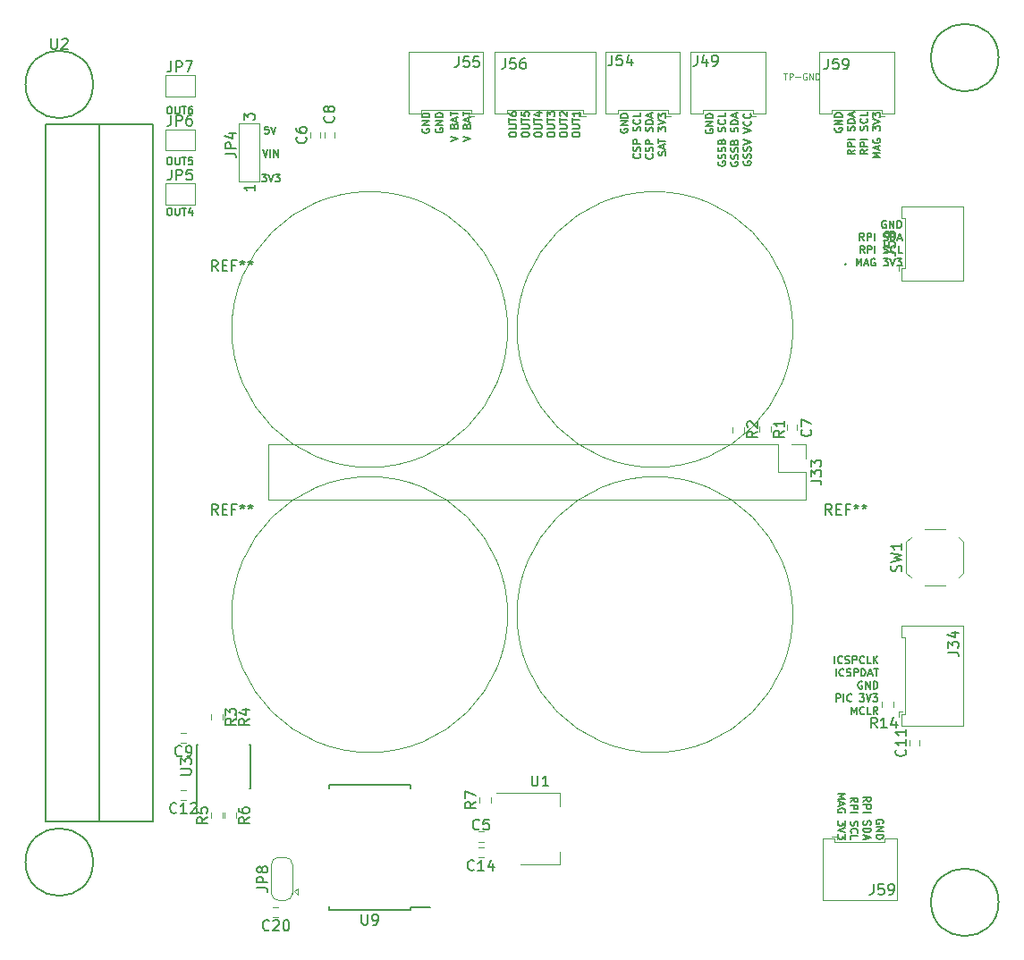
<source format=gbr>
G04 #@! TF.GenerationSoftware,KiCad,Pcbnew,(5.1.2)-2*
G04 #@! TF.CreationDate,2021-12-15T08:53:20-03:00*
G04 #@! TF.ProjectId,Magnetometer_A,4d61676e-6574-46f6-9d65-7465725f412e,rev?*
G04 #@! TF.SameCoordinates,Original*
G04 #@! TF.FileFunction,Legend,Top*
G04 #@! TF.FilePolarity,Positive*
%FSLAX46Y46*%
G04 Gerber Fmt 4.6, Leading zero omitted, Abs format (unit mm)*
G04 Created by KiCad (PCBNEW (5.1.2)-2) date 2021-12-15 08:53:20*
%MOMM*%
%LPD*%
G04 APERTURE LIST*
%ADD10C,0.150000*%
%ADD11C,0.050000*%
%ADD12C,0.200000*%
%ADD13C,0.120000*%
%ADD14C,0.057912*%
G04 APERTURE END LIST*
D10*
X53182500Y-169826666D02*
X53415833Y-170526666D01*
X53649166Y-169826666D01*
X53882500Y-170526666D02*
X53882500Y-169826666D01*
X54215833Y-170526666D02*
X54215833Y-169826666D01*
X54615833Y-170526666D01*
X54615833Y-169826666D01*
X53089166Y-172156666D02*
X53522500Y-172156666D01*
X53289166Y-172423333D01*
X53389166Y-172423333D01*
X53455833Y-172456666D01*
X53489166Y-172490000D01*
X53522500Y-172556666D01*
X53522500Y-172723333D01*
X53489166Y-172790000D01*
X53455833Y-172823333D01*
X53389166Y-172856666D01*
X53189166Y-172856666D01*
X53122500Y-172823333D01*
X53089166Y-172790000D01*
X53722500Y-172156666D02*
X53955833Y-172856666D01*
X54189166Y-172156666D01*
X54355833Y-172156666D02*
X54789166Y-172156666D01*
X54555833Y-172423333D01*
X54655833Y-172423333D01*
X54722500Y-172456666D01*
X54755833Y-172490000D01*
X54789166Y-172556666D01*
X54789166Y-172723333D01*
X54755833Y-172790000D01*
X54722500Y-172823333D01*
X54655833Y-172856666D01*
X54455833Y-172856666D01*
X54389166Y-172823333D01*
X54355833Y-172790000D01*
X53725833Y-167636666D02*
X53392500Y-167636666D01*
X53359166Y-167970000D01*
X53392500Y-167936666D01*
X53459166Y-167903333D01*
X53625833Y-167903333D01*
X53692500Y-167936666D01*
X53725833Y-167970000D01*
X53759166Y-168036666D01*
X53759166Y-168203333D01*
X53725833Y-168270000D01*
X53692500Y-168303333D01*
X53625833Y-168336666D01*
X53459166Y-168336666D01*
X53392500Y-168303333D01*
X53359166Y-168270000D01*
X53959166Y-167636666D02*
X54192500Y-168336666D01*
X54425833Y-167636666D01*
X44305833Y-165746666D02*
X44439166Y-165746666D01*
X44505833Y-165780000D01*
X44572500Y-165846666D01*
X44605833Y-165980000D01*
X44605833Y-166213333D01*
X44572500Y-166346666D01*
X44505833Y-166413333D01*
X44439166Y-166446666D01*
X44305833Y-166446666D01*
X44239166Y-166413333D01*
X44172500Y-166346666D01*
X44139166Y-166213333D01*
X44139166Y-165980000D01*
X44172500Y-165846666D01*
X44239166Y-165780000D01*
X44305833Y-165746666D01*
X44905833Y-165746666D02*
X44905833Y-166313333D01*
X44939166Y-166380000D01*
X44972500Y-166413333D01*
X45039166Y-166446666D01*
X45172500Y-166446666D01*
X45239166Y-166413333D01*
X45272500Y-166380000D01*
X45305833Y-166313333D01*
X45305833Y-165746666D01*
X45539166Y-165746666D02*
X45939166Y-165746666D01*
X45739166Y-166446666D02*
X45739166Y-165746666D01*
X46472500Y-165746666D02*
X46339166Y-165746666D01*
X46272500Y-165780000D01*
X46239166Y-165813333D01*
X46172500Y-165913333D01*
X46139166Y-166046666D01*
X46139166Y-166313333D01*
X46172500Y-166380000D01*
X46205833Y-166413333D01*
X46272500Y-166446666D01*
X46405833Y-166446666D01*
X46472500Y-166413333D01*
X46505833Y-166380000D01*
X46539166Y-166313333D01*
X46539166Y-166146666D01*
X46505833Y-166080000D01*
X46472500Y-166046666D01*
X46405833Y-166013333D01*
X46272500Y-166013333D01*
X46205833Y-166046666D01*
X46172500Y-166080000D01*
X46139166Y-166146666D01*
X44305833Y-170546666D02*
X44439166Y-170546666D01*
X44505833Y-170580000D01*
X44572500Y-170646666D01*
X44605833Y-170780000D01*
X44605833Y-171013333D01*
X44572500Y-171146666D01*
X44505833Y-171213333D01*
X44439166Y-171246666D01*
X44305833Y-171246666D01*
X44239166Y-171213333D01*
X44172500Y-171146666D01*
X44139166Y-171013333D01*
X44139166Y-170780000D01*
X44172500Y-170646666D01*
X44239166Y-170580000D01*
X44305833Y-170546666D01*
X44905833Y-170546666D02*
X44905833Y-171113333D01*
X44939166Y-171180000D01*
X44972500Y-171213333D01*
X45039166Y-171246666D01*
X45172500Y-171246666D01*
X45239166Y-171213333D01*
X45272500Y-171180000D01*
X45305833Y-171113333D01*
X45305833Y-170546666D01*
X45539166Y-170546666D02*
X45939166Y-170546666D01*
X45739166Y-171246666D02*
X45739166Y-170546666D01*
X46505833Y-170546666D02*
X46172500Y-170546666D01*
X46139166Y-170880000D01*
X46172500Y-170846666D01*
X46239166Y-170813333D01*
X46405833Y-170813333D01*
X46472500Y-170846666D01*
X46505833Y-170880000D01*
X46539166Y-170946666D01*
X46539166Y-171113333D01*
X46505833Y-171180000D01*
X46472500Y-171213333D01*
X46405833Y-171246666D01*
X46239166Y-171246666D01*
X46172500Y-171213333D01*
X46139166Y-171180000D01*
X44305833Y-175346666D02*
X44439166Y-175346666D01*
X44505833Y-175380000D01*
X44572500Y-175446666D01*
X44605833Y-175580000D01*
X44605833Y-175813333D01*
X44572500Y-175946666D01*
X44505833Y-176013333D01*
X44439166Y-176046666D01*
X44305833Y-176046666D01*
X44239166Y-176013333D01*
X44172500Y-175946666D01*
X44139166Y-175813333D01*
X44139166Y-175580000D01*
X44172500Y-175446666D01*
X44239166Y-175380000D01*
X44305833Y-175346666D01*
X44905833Y-175346666D02*
X44905833Y-175913333D01*
X44939166Y-175980000D01*
X44972500Y-176013333D01*
X45039166Y-176046666D01*
X45172500Y-176046666D01*
X45239166Y-176013333D01*
X45272500Y-175980000D01*
X45305833Y-175913333D01*
X45305833Y-175346666D01*
X45539166Y-175346666D02*
X45939166Y-175346666D01*
X45739166Y-176046666D02*
X45739166Y-175346666D01*
X46472500Y-175580000D02*
X46472500Y-176046666D01*
X46305833Y-175313333D02*
X46139166Y-175813333D01*
X46572500Y-175813333D01*
X107322500Y-218496666D02*
X107322500Y-217796666D01*
X108055833Y-218430000D02*
X108022500Y-218463333D01*
X107922500Y-218496666D01*
X107855833Y-218496666D01*
X107755833Y-218463333D01*
X107689166Y-218396666D01*
X107655833Y-218330000D01*
X107622500Y-218196666D01*
X107622500Y-218096666D01*
X107655833Y-217963333D01*
X107689166Y-217896666D01*
X107755833Y-217830000D01*
X107855833Y-217796666D01*
X107922500Y-217796666D01*
X108022500Y-217830000D01*
X108055833Y-217863333D01*
X108322500Y-218463333D02*
X108422500Y-218496666D01*
X108589166Y-218496666D01*
X108655833Y-218463333D01*
X108689166Y-218430000D01*
X108722500Y-218363333D01*
X108722500Y-218296666D01*
X108689166Y-218230000D01*
X108655833Y-218196666D01*
X108589166Y-218163333D01*
X108455833Y-218130000D01*
X108389166Y-218096666D01*
X108355833Y-218063333D01*
X108322500Y-217996666D01*
X108322500Y-217930000D01*
X108355833Y-217863333D01*
X108389166Y-217830000D01*
X108455833Y-217796666D01*
X108622500Y-217796666D01*
X108722500Y-217830000D01*
X109022500Y-218496666D02*
X109022500Y-217796666D01*
X109289166Y-217796666D01*
X109355833Y-217830000D01*
X109389166Y-217863333D01*
X109422500Y-217930000D01*
X109422500Y-218030000D01*
X109389166Y-218096666D01*
X109355833Y-218130000D01*
X109289166Y-218163333D01*
X109022500Y-218163333D01*
X110122500Y-218430000D02*
X110089166Y-218463333D01*
X109989166Y-218496666D01*
X109922500Y-218496666D01*
X109822500Y-218463333D01*
X109755833Y-218396666D01*
X109722500Y-218330000D01*
X109689166Y-218196666D01*
X109689166Y-218096666D01*
X109722500Y-217963333D01*
X109755833Y-217896666D01*
X109822500Y-217830000D01*
X109922500Y-217796666D01*
X109989166Y-217796666D01*
X110089166Y-217830000D01*
X110122500Y-217863333D01*
X110755833Y-218496666D02*
X110422500Y-218496666D01*
X110422500Y-217796666D01*
X110989166Y-218496666D02*
X110989166Y-217796666D01*
X111389166Y-218496666D02*
X111089166Y-218096666D01*
X111389166Y-217796666D02*
X110989166Y-218196666D01*
X107455833Y-219696666D02*
X107455833Y-218996666D01*
X108189166Y-219630000D02*
X108155833Y-219663333D01*
X108055833Y-219696666D01*
X107989166Y-219696666D01*
X107889166Y-219663333D01*
X107822500Y-219596666D01*
X107789166Y-219530000D01*
X107755833Y-219396666D01*
X107755833Y-219296666D01*
X107789166Y-219163333D01*
X107822500Y-219096666D01*
X107889166Y-219030000D01*
X107989166Y-218996666D01*
X108055833Y-218996666D01*
X108155833Y-219030000D01*
X108189166Y-219063333D01*
X108455833Y-219663333D02*
X108555833Y-219696666D01*
X108722500Y-219696666D01*
X108789166Y-219663333D01*
X108822500Y-219630000D01*
X108855833Y-219563333D01*
X108855833Y-219496666D01*
X108822500Y-219430000D01*
X108789166Y-219396666D01*
X108722500Y-219363333D01*
X108589166Y-219330000D01*
X108522500Y-219296666D01*
X108489166Y-219263333D01*
X108455833Y-219196666D01*
X108455833Y-219130000D01*
X108489166Y-219063333D01*
X108522500Y-219030000D01*
X108589166Y-218996666D01*
X108755833Y-218996666D01*
X108855833Y-219030000D01*
X109155833Y-219696666D02*
X109155833Y-218996666D01*
X109422500Y-218996666D01*
X109489166Y-219030000D01*
X109522500Y-219063333D01*
X109555833Y-219130000D01*
X109555833Y-219230000D01*
X109522500Y-219296666D01*
X109489166Y-219330000D01*
X109422500Y-219363333D01*
X109155833Y-219363333D01*
X109855833Y-219696666D02*
X109855833Y-218996666D01*
X110022500Y-218996666D01*
X110122500Y-219030000D01*
X110189166Y-219096666D01*
X110222500Y-219163333D01*
X110255833Y-219296666D01*
X110255833Y-219396666D01*
X110222500Y-219530000D01*
X110189166Y-219596666D01*
X110122500Y-219663333D01*
X110022500Y-219696666D01*
X109855833Y-219696666D01*
X110522500Y-219496666D02*
X110855833Y-219496666D01*
X110455833Y-219696666D02*
X110689166Y-218996666D01*
X110922500Y-219696666D01*
X111055833Y-218996666D02*
X111455833Y-218996666D01*
X111255833Y-219696666D02*
X111255833Y-218996666D01*
X109922500Y-220230000D02*
X109855833Y-220196666D01*
X109755833Y-220196666D01*
X109655833Y-220230000D01*
X109589166Y-220296666D01*
X109555833Y-220363333D01*
X109522500Y-220496666D01*
X109522500Y-220596666D01*
X109555833Y-220730000D01*
X109589166Y-220796666D01*
X109655833Y-220863333D01*
X109755833Y-220896666D01*
X109822500Y-220896666D01*
X109922500Y-220863333D01*
X109955833Y-220830000D01*
X109955833Y-220596666D01*
X109822500Y-220596666D01*
X110255833Y-220896666D02*
X110255833Y-220196666D01*
X110655833Y-220896666D01*
X110655833Y-220196666D01*
X110989166Y-220896666D02*
X110989166Y-220196666D01*
X111155833Y-220196666D01*
X111255833Y-220230000D01*
X111322500Y-220296666D01*
X111355833Y-220363333D01*
X111389166Y-220496666D01*
X111389166Y-220596666D01*
X111355833Y-220730000D01*
X111322500Y-220796666D01*
X111255833Y-220863333D01*
X111155833Y-220896666D01*
X110989166Y-220896666D01*
X107489166Y-222096666D02*
X107489166Y-221396666D01*
X107755833Y-221396666D01*
X107822500Y-221430000D01*
X107855833Y-221463333D01*
X107889166Y-221530000D01*
X107889166Y-221630000D01*
X107855833Y-221696666D01*
X107822500Y-221730000D01*
X107755833Y-221763333D01*
X107489166Y-221763333D01*
X108189166Y-222096666D02*
X108189166Y-221396666D01*
X108922500Y-222030000D02*
X108889166Y-222063333D01*
X108789166Y-222096666D01*
X108722500Y-222096666D01*
X108622500Y-222063333D01*
X108555833Y-221996666D01*
X108522500Y-221930000D01*
X108489166Y-221796666D01*
X108489166Y-221696666D01*
X108522500Y-221563333D01*
X108555833Y-221496666D01*
X108622500Y-221430000D01*
X108722500Y-221396666D01*
X108789166Y-221396666D01*
X108889166Y-221430000D01*
X108922500Y-221463333D01*
X109689166Y-221396666D02*
X110122500Y-221396666D01*
X109889166Y-221663333D01*
X109989166Y-221663333D01*
X110055833Y-221696666D01*
X110089166Y-221730000D01*
X110122500Y-221796666D01*
X110122500Y-221963333D01*
X110089166Y-222030000D01*
X110055833Y-222063333D01*
X109989166Y-222096666D01*
X109789166Y-222096666D01*
X109722500Y-222063333D01*
X109689166Y-222030000D01*
X110322500Y-221396666D02*
X110555833Y-222096666D01*
X110789166Y-221396666D01*
X110955833Y-221396666D02*
X111389166Y-221396666D01*
X111155833Y-221663333D01*
X111255833Y-221663333D01*
X111322500Y-221696666D01*
X111355833Y-221730000D01*
X111389166Y-221796666D01*
X111389166Y-221963333D01*
X111355833Y-222030000D01*
X111322500Y-222063333D01*
X111255833Y-222096666D01*
X111055833Y-222096666D01*
X110989166Y-222063333D01*
X110955833Y-222030000D01*
X108922500Y-223296666D02*
X108922500Y-222596666D01*
X109155833Y-223096666D01*
X109389166Y-222596666D01*
X109389166Y-223296666D01*
X110122500Y-223230000D02*
X110089166Y-223263333D01*
X109989166Y-223296666D01*
X109922500Y-223296666D01*
X109822500Y-223263333D01*
X109755833Y-223196666D01*
X109722500Y-223130000D01*
X109689166Y-222996666D01*
X109689166Y-222896666D01*
X109722500Y-222763333D01*
X109755833Y-222696666D01*
X109822500Y-222630000D01*
X109922500Y-222596666D01*
X109989166Y-222596666D01*
X110089166Y-222630000D01*
X110122500Y-222663333D01*
X110755833Y-223296666D02*
X110422500Y-223296666D01*
X110422500Y-222596666D01*
X111389166Y-223296666D02*
X111155833Y-222963333D01*
X110989166Y-223296666D02*
X110989166Y-222596666D01*
X111255833Y-222596666D01*
X111322500Y-222630000D01*
X111355833Y-222663333D01*
X111389166Y-222730000D01*
X111389166Y-222830000D01*
X111355833Y-222896666D01*
X111322500Y-222930000D01*
X111255833Y-222963333D01*
X110989166Y-222963333D01*
X111910000Y-233652500D02*
X111943333Y-233585833D01*
X111943333Y-233485833D01*
X111910000Y-233385833D01*
X111843333Y-233319166D01*
X111776666Y-233285833D01*
X111643333Y-233252500D01*
X111543333Y-233252500D01*
X111410000Y-233285833D01*
X111343333Y-233319166D01*
X111276666Y-233385833D01*
X111243333Y-233485833D01*
X111243333Y-233552500D01*
X111276666Y-233652500D01*
X111310000Y-233685833D01*
X111543333Y-233685833D01*
X111543333Y-233552500D01*
X111243333Y-233985833D02*
X111943333Y-233985833D01*
X111243333Y-234385833D01*
X111943333Y-234385833D01*
X111243333Y-234719166D02*
X111943333Y-234719166D01*
X111943333Y-234885833D01*
X111910000Y-234985833D01*
X111843333Y-235052500D01*
X111776666Y-235085833D01*
X111643333Y-235119166D01*
X111543333Y-235119166D01*
X111410000Y-235085833D01*
X111343333Y-235052500D01*
X111276666Y-234985833D01*
X111243333Y-234885833D01*
X111243333Y-234719166D01*
X110043333Y-231585833D02*
X110376666Y-231352500D01*
X110043333Y-231185833D02*
X110743333Y-231185833D01*
X110743333Y-231452500D01*
X110710000Y-231519166D01*
X110676666Y-231552500D01*
X110610000Y-231585833D01*
X110510000Y-231585833D01*
X110443333Y-231552500D01*
X110410000Y-231519166D01*
X110376666Y-231452500D01*
X110376666Y-231185833D01*
X110043333Y-231885833D02*
X110743333Y-231885833D01*
X110743333Y-232152500D01*
X110710000Y-232219166D01*
X110676666Y-232252500D01*
X110610000Y-232285833D01*
X110510000Y-232285833D01*
X110443333Y-232252500D01*
X110410000Y-232219166D01*
X110376666Y-232152500D01*
X110376666Y-231885833D01*
X110043333Y-232585833D02*
X110743333Y-232585833D01*
X110076666Y-233419166D02*
X110043333Y-233519166D01*
X110043333Y-233685833D01*
X110076666Y-233752500D01*
X110110000Y-233785833D01*
X110176666Y-233819166D01*
X110243333Y-233819166D01*
X110310000Y-233785833D01*
X110343333Y-233752500D01*
X110376666Y-233685833D01*
X110410000Y-233552500D01*
X110443333Y-233485833D01*
X110476666Y-233452500D01*
X110543333Y-233419166D01*
X110610000Y-233419166D01*
X110676666Y-233452500D01*
X110710000Y-233485833D01*
X110743333Y-233552500D01*
X110743333Y-233719166D01*
X110710000Y-233819166D01*
X110043333Y-234119166D02*
X110743333Y-234119166D01*
X110743333Y-234285833D01*
X110710000Y-234385833D01*
X110643333Y-234452500D01*
X110576666Y-234485833D01*
X110443333Y-234519166D01*
X110343333Y-234519166D01*
X110210000Y-234485833D01*
X110143333Y-234452500D01*
X110076666Y-234385833D01*
X110043333Y-234285833D01*
X110043333Y-234119166D01*
X110243333Y-234785833D02*
X110243333Y-235119166D01*
X110043333Y-234719166D02*
X110743333Y-234952500D01*
X110043333Y-235185833D01*
X108843333Y-231619166D02*
X109176666Y-231385833D01*
X108843333Y-231219166D02*
X109543333Y-231219166D01*
X109543333Y-231485833D01*
X109510000Y-231552500D01*
X109476666Y-231585833D01*
X109410000Y-231619166D01*
X109310000Y-231619166D01*
X109243333Y-231585833D01*
X109210000Y-231552500D01*
X109176666Y-231485833D01*
X109176666Y-231219166D01*
X108843333Y-231919166D02*
X109543333Y-231919166D01*
X109543333Y-232185833D01*
X109510000Y-232252500D01*
X109476666Y-232285833D01*
X109410000Y-232319166D01*
X109310000Y-232319166D01*
X109243333Y-232285833D01*
X109210000Y-232252500D01*
X109176666Y-232185833D01*
X109176666Y-231919166D01*
X108843333Y-232619166D02*
X109543333Y-232619166D01*
X108876666Y-233452500D02*
X108843333Y-233552500D01*
X108843333Y-233719166D01*
X108876666Y-233785833D01*
X108910000Y-233819166D01*
X108976666Y-233852500D01*
X109043333Y-233852500D01*
X109110000Y-233819166D01*
X109143333Y-233785833D01*
X109176666Y-233719166D01*
X109210000Y-233585833D01*
X109243333Y-233519166D01*
X109276666Y-233485833D01*
X109343333Y-233452500D01*
X109410000Y-233452500D01*
X109476666Y-233485833D01*
X109510000Y-233519166D01*
X109543333Y-233585833D01*
X109543333Y-233752500D01*
X109510000Y-233852500D01*
X108910000Y-234552500D02*
X108876666Y-234519166D01*
X108843333Y-234419166D01*
X108843333Y-234352500D01*
X108876666Y-234252500D01*
X108943333Y-234185833D01*
X109010000Y-234152500D01*
X109143333Y-234119166D01*
X109243333Y-234119166D01*
X109376666Y-234152500D01*
X109443333Y-234185833D01*
X109510000Y-234252500D01*
X109543333Y-234352500D01*
X109543333Y-234419166D01*
X109510000Y-234519166D01*
X109476666Y-234552500D01*
X108843333Y-235185833D02*
X108843333Y-234852500D01*
X109543333Y-234852500D01*
X107643333Y-230852500D02*
X108343333Y-230852500D01*
X107843333Y-231085833D01*
X108343333Y-231319166D01*
X107643333Y-231319166D01*
X107843333Y-231619166D02*
X107843333Y-231952500D01*
X107643333Y-231552500D02*
X108343333Y-231785833D01*
X107643333Y-232019166D01*
X108310000Y-232619166D02*
X108343333Y-232552500D01*
X108343333Y-232452500D01*
X108310000Y-232352500D01*
X108243333Y-232285833D01*
X108176666Y-232252500D01*
X108043333Y-232219166D01*
X107943333Y-232219166D01*
X107810000Y-232252500D01*
X107743333Y-232285833D01*
X107676666Y-232352500D01*
X107643333Y-232452500D01*
X107643333Y-232519166D01*
X107676666Y-232619166D01*
X107710000Y-232652500D01*
X107943333Y-232652500D01*
X107943333Y-232519166D01*
X108343333Y-233419166D02*
X108343333Y-233852500D01*
X108076666Y-233619166D01*
X108076666Y-233719166D01*
X108043333Y-233785833D01*
X108010000Y-233819166D01*
X107943333Y-233852500D01*
X107776666Y-233852500D01*
X107710000Y-233819166D01*
X107676666Y-233785833D01*
X107643333Y-233719166D01*
X107643333Y-233519166D01*
X107676666Y-233452500D01*
X107710000Y-233419166D01*
X108343333Y-234052500D02*
X107643333Y-234285833D01*
X108343333Y-234519166D01*
X108343333Y-234685833D02*
X108343333Y-235119166D01*
X108076666Y-234885833D01*
X108076666Y-234985833D01*
X108043333Y-235052500D01*
X108010000Y-235085833D01*
X107943333Y-235119166D01*
X107776666Y-235119166D01*
X107710000Y-235085833D01*
X107676666Y-235052500D01*
X107643333Y-234985833D01*
X107643333Y-234785833D01*
X107676666Y-234719166D01*
X107710000Y-234685833D01*
X112182500Y-176570000D02*
X112115833Y-176536666D01*
X112015833Y-176536666D01*
X111915833Y-176570000D01*
X111849166Y-176636666D01*
X111815833Y-176703333D01*
X111782500Y-176836666D01*
X111782500Y-176936666D01*
X111815833Y-177070000D01*
X111849166Y-177136666D01*
X111915833Y-177203333D01*
X112015833Y-177236666D01*
X112082500Y-177236666D01*
X112182500Y-177203333D01*
X112215833Y-177170000D01*
X112215833Y-176936666D01*
X112082500Y-176936666D01*
X112515833Y-177236666D02*
X112515833Y-176536666D01*
X112915833Y-177236666D01*
X112915833Y-176536666D01*
X113249166Y-177236666D02*
X113249166Y-176536666D01*
X113415833Y-176536666D01*
X113515833Y-176570000D01*
X113582500Y-176636666D01*
X113615833Y-176703333D01*
X113649166Y-176836666D01*
X113649166Y-176936666D01*
X113615833Y-177070000D01*
X113582500Y-177136666D01*
X113515833Y-177203333D01*
X113415833Y-177236666D01*
X113249166Y-177236666D01*
X110115833Y-178436666D02*
X109882500Y-178103333D01*
X109715833Y-178436666D02*
X109715833Y-177736666D01*
X109982500Y-177736666D01*
X110049166Y-177770000D01*
X110082500Y-177803333D01*
X110115833Y-177870000D01*
X110115833Y-177970000D01*
X110082500Y-178036666D01*
X110049166Y-178070000D01*
X109982500Y-178103333D01*
X109715833Y-178103333D01*
X110415833Y-178436666D02*
X110415833Y-177736666D01*
X110682500Y-177736666D01*
X110749166Y-177770000D01*
X110782500Y-177803333D01*
X110815833Y-177870000D01*
X110815833Y-177970000D01*
X110782500Y-178036666D01*
X110749166Y-178070000D01*
X110682500Y-178103333D01*
X110415833Y-178103333D01*
X111115833Y-178436666D02*
X111115833Y-177736666D01*
X111949166Y-178403333D02*
X112049166Y-178436666D01*
X112215833Y-178436666D01*
X112282500Y-178403333D01*
X112315833Y-178370000D01*
X112349166Y-178303333D01*
X112349166Y-178236666D01*
X112315833Y-178170000D01*
X112282500Y-178136666D01*
X112215833Y-178103333D01*
X112082500Y-178070000D01*
X112015833Y-178036666D01*
X111982500Y-178003333D01*
X111949166Y-177936666D01*
X111949166Y-177870000D01*
X111982500Y-177803333D01*
X112015833Y-177770000D01*
X112082500Y-177736666D01*
X112249166Y-177736666D01*
X112349166Y-177770000D01*
X112649166Y-178436666D02*
X112649166Y-177736666D01*
X112815833Y-177736666D01*
X112915833Y-177770000D01*
X112982500Y-177836666D01*
X113015833Y-177903333D01*
X113049166Y-178036666D01*
X113049166Y-178136666D01*
X113015833Y-178270000D01*
X112982500Y-178336666D01*
X112915833Y-178403333D01*
X112815833Y-178436666D01*
X112649166Y-178436666D01*
X113315833Y-178236666D02*
X113649166Y-178236666D01*
X113249166Y-178436666D02*
X113482500Y-177736666D01*
X113715833Y-178436666D01*
X110149166Y-179636666D02*
X109915833Y-179303333D01*
X109749166Y-179636666D02*
X109749166Y-178936666D01*
X110015833Y-178936666D01*
X110082500Y-178970000D01*
X110115833Y-179003333D01*
X110149166Y-179070000D01*
X110149166Y-179170000D01*
X110115833Y-179236666D01*
X110082500Y-179270000D01*
X110015833Y-179303333D01*
X109749166Y-179303333D01*
X110449166Y-179636666D02*
X110449166Y-178936666D01*
X110715833Y-178936666D01*
X110782500Y-178970000D01*
X110815833Y-179003333D01*
X110849166Y-179070000D01*
X110849166Y-179170000D01*
X110815833Y-179236666D01*
X110782500Y-179270000D01*
X110715833Y-179303333D01*
X110449166Y-179303333D01*
X111149166Y-179636666D02*
X111149166Y-178936666D01*
X111982500Y-179603333D02*
X112082500Y-179636666D01*
X112249166Y-179636666D01*
X112315833Y-179603333D01*
X112349166Y-179570000D01*
X112382500Y-179503333D01*
X112382500Y-179436666D01*
X112349166Y-179370000D01*
X112315833Y-179336666D01*
X112249166Y-179303333D01*
X112115833Y-179270000D01*
X112049166Y-179236666D01*
X112015833Y-179203333D01*
X111982500Y-179136666D01*
X111982500Y-179070000D01*
X112015833Y-179003333D01*
X112049166Y-178970000D01*
X112115833Y-178936666D01*
X112282500Y-178936666D01*
X112382500Y-178970000D01*
X113082500Y-179570000D02*
X113049166Y-179603333D01*
X112949166Y-179636666D01*
X112882500Y-179636666D01*
X112782500Y-179603333D01*
X112715833Y-179536666D01*
X112682500Y-179470000D01*
X112649166Y-179336666D01*
X112649166Y-179236666D01*
X112682500Y-179103333D01*
X112715833Y-179036666D01*
X112782500Y-178970000D01*
X112882500Y-178936666D01*
X112949166Y-178936666D01*
X113049166Y-178970000D01*
X113082500Y-179003333D01*
X113715833Y-179636666D02*
X113382500Y-179636666D01*
X113382500Y-178936666D01*
X109382500Y-180836666D02*
X109382500Y-180136666D01*
X109615833Y-180636666D01*
X109849166Y-180136666D01*
X109849166Y-180836666D01*
X110149166Y-180636666D02*
X110482500Y-180636666D01*
X110082500Y-180836666D02*
X110315833Y-180136666D01*
X110549166Y-180836666D01*
X111149166Y-180170000D02*
X111082500Y-180136666D01*
X110982500Y-180136666D01*
X110882500Y-180170000D01*
X110815833Y-180236666D01*
X110782500Y-180303333D01*
X110749166Y-180436666D01*
X110749166Y-180536666D01*
X110782500Y-180670000D01*
X110815833Y-180736666D01*
X110882500Y-180803333D01*
X110982500Y-180836666D01*
X111049166Y-180836666D01*
X111149166Y-180803333D01*
X111182500Y-180770000D01*
X111182500Y-180536666D01*
X111049166Y-180536666D01*
X111949166Y-180136666D02*
X112382500Y-180136666D01*
X112149166Y-180403333D01*
X112249166Y-180403333D01*
X112315833Y-180436666D01*
X112349166Y-180470000D01*
X112382500Y-180536666D01*
X112382500Y-180703333D01*
X112349166Y-180770000D01*
X112315833Y-180803333D01*
X112249166Y-180836666D01*
X112049166Y-180836666D01*
X111982500Y-180803333D01*
X111949166Y-180770000D01*
X112582500Y-180136666D02*
X112815833Y-180836666D01*
X113049166Y-180136666D01*
X113215833Y-180136666D02*
X113649166Y-180136666D01*
X113415833Y-180403333D01*
X113515833Y-180403333D01*
X113582500Y-180436666D01*
X113615833Y-180470000D01*
X113649166Y-180536666D01*
X113649166Y-180703333D01*
X113615833Y-180770000D01*
X113582500Y-180803333D01*
X113515833Y-180836666D01*
X113315833Y-180836666D01*
X113249166Y-180803333D01*
X113215833Y-180770000D01*
X107370000Y-167787500D02*
X107336666Y-167854166D01*
X107336666Y-167954166D01*
X107370000Y-168054166D01*
X107436666Y-168120833D01*
X107503333Y-168154166D01*
X107636666Y-168187500D01*
X107736666Y-168187500D01*
X107870000Y-168154166D01*
X107936666Y-168120833D01*
X108003333Y-168054166D01*
X108036666Y-167954166D01*
X108036666Y-167887500D01*
X108003333Y-167787500D01*
X107970000Y-167754166D01*
X107736666Y-167754166D01*
X107736666Y-167887500D01*
X108036666Y-167454166D02*
X107336666Y-167454166D01*
X108036666Y-167054166D01*
X107336666Y-167054166D01*
X108036666Y-166720833D02*
X107336666Y-166720833D01*
X107336666Y-166554166D01*
X107370000Y-166454166D01*
X107436666Y-166387500D01*
X107503333Y-166354166D01*
X107636666Y-166320833D01*
X107736666Y-166320833D01*
X107870000Y-166354166D01*
X107936666Y-166387500D01*
X108003333Y-166454166D01*
X108036666Y-166554166D01*
X108036666Y-166720833D01*
X109236666Y-169854166D02*
X108903333Y-170087500D01*
X109236666Y-170254166D02*
X108536666Y-170254166D01*
X108536666Y-169987500D01*
X108570000Y-169920833D01*
X108603333Y-169887500D01*
X108670000Y-169854166D01*
X108770000Y-169854166D01*
X108836666Y-169887500D01*
X108870000Y-169920833D01*
X108903333Y-169987500D01*
X108903333Y-170254166D01*
X109236666Y-169554166D02*
X108536666Y-169554166D01*
X108536666Y-169287500D01*
X108570000Y-169220833D01*
X108603333Y-169187500D01*
X108670000Y-169154166D01*
X108770000Y-169154166D01*
X108836666Y-169187500D01*
X108870000Y-169220833D01*
X108903333Y-169287500D01*
X108903333Y-169554166D01*
X109236666Y-168854166D02*
X108536666Y-168854166D01*
X109203333Y-168020833D02*
X109236666Y-167920833D01*
X109236666Y-167754166D01*
X109203333Y-167687500D01*
X109170000Y-167654166D01*
X109103333Y-167620833D01*
X109036666Y-167620833D01*
X108970000Y-167654166D01*
X108936666Y-167687500D01*
X108903333Y-167754166D01*
X108870000Y-167887500D01*
X108836666Y-167954166D01*
X108803333Y-167987500D01*
X108736666Y-168020833D01*
X108670000Y-168020833D01*
X108603333Y-167987500D01*
X108570000Y-167954166D01*
X108536666Y-167887500D01*
X108536666Y-167720833D01*
X108570000Y-167620833D01*
X109236666Y-167320833D02*
X108536666Y-167320833D01*
X108536666Y-167154166D01*
X108570000Y-167054166D01*
X108636666Y-166987500D01*
X108703333Y-166954166D01*
X108836666Y-166920833D01*
X108936666Y-166920833D01*
X109070000Y-166954166D01*
X109136666Y-166987500D01*
X109203333Y-167054166D01*
X109236666Y-167154166D01*
X109236666Y-167320833D01*
X109036666Y-166654166D02*
X109036666Y-166320833D01*
X109236666Y-166720833D02*
X108536666Y-166487500D01*
X109236666Y-166254166D01*
X110436666Y-169820833D02*
X110103333Y-170054166D01*
X110436666Y-170220833D02*
X109736666Y-170220833D01*
X109736666Y-169954166D01*
X109770000Y-169887500D01*
X109803333Y-169854166D01*
X109870000Y-169820833D01*
X109970000Y-169820833D01*
X110036666Y-169854166D01*
X110070000Y-169887500D01*
X110103333Y-169954166D01*
X110103333Y-170220833D01*
X110436666Y-169520833D02*
X109736666Y-169520833D01*
X109736666Y-169254166D01*
X109770000Y-169187500D01*
X109803333Y-169154166D01*
X109870000Y-169120833D01*
X109970000Y-169120833D01*
X110036666Y-169154166D01*
X110070000Y-169187500D01*
X110103333Y-169254166D01*
X110103333Y-169520833D01*
X110436666Y-168820833D02*
X109736666Y-168820833D01*
X110403333Y-167987500D02*
X110436666Y-167887500D01*
X110436666Y-167720833D01*
X110403333Y-167654166D01*
X110370000Y-167620833D01*
X110303333Y-167587500D01*
X110236666Y-167587500D01*
X110170000Y-167620833D01*
X110136666Y-167654166D01*
X110103333Y-167720833D01*
X110070000Y-167854166D01*
X110036666Y-167920833D01*
X110003333Y-167954166D01*
X109936666Y-167987500D01*
X109870000Y-167987500D01*
X109803333Y-167954166D01*
X109770000Y-167920833D01*
X109736666Y-167854166D01*
X109736666Y-167687500D01*
X109770000Y-167587500D01*
X110370000Y-166887500D02*
X110403333Y-166920833D01*
X110436666Y-167020833D01*
X110436666Y-167087500D01*
X110403333Y-167187500D01*
X110336666Y-167254166D01*
X110270000Y-167287500D01*
X110136666Y-167320833D01*
X110036666Y-167320833D01*
X109903333Y-167287500D01*
X109836666Y-167254166D01*
X109770000Y-167187500D01*
X109736666Y-167087500D01*
X109736666Y-167020833D01*
X109770000Y-166920833D01*
X109803333Y-166887500D01*
X110436666Y-166254166D02*
X110436666Y-166587500D01*
X109736666Y-166587500D01*
X111636666Y-170587500D02*
X110936666Y-170587500D01*
X111436666Y-170354166D01*
X110936666Y-170120833D01*
X111636666Y-170120833D01*
X111436666Y-169820833D02*
X111436666Y-169487500D01*
X111636666Y-169887500D02*
X110936666Y-169654166D01*
X111636666Y-169420833D01*
X110970000Y-168820833D02*
X110936666Y-168887500D01*
X110936666Y-168987500D01*
X110970000Y-169087500D01*
X111036666Y-169154166D01*
X111103333Y-169187500D01*
X111236666Y-169220833D01*
X111336666Y-169220833D01*
X111470000Y-169187500D01*
X111536666Y-169154166D01*
X111603333Y-169087500D01*
X111636666Y-168987500D01*
X111636666Y-168920833D01*
X111603333Y-168820833D01*
X111570000Y-168787500D01*
X111336666Y-168787500D01*
X111336666Y-168920833D01*
X110936666Y-168020833D02*
X110936666Y-167587500D01*
X111203333Y-167820833D01*
X111203333Y-167720833D01*
X111236666Y-167654166D01*
X111270000Y-167620833D01*
X111336666Y-167587500D01*
X111503333Y-167587500D01*
X111570000Y-167620833D01*
X111603333Y-167654166D01*
X111636666Y-167720833D01*
X111636666Y-167920833D01*
X111603333Y-167987500D01*
X111570000Y-168020833D01*
X110936666Y-167387500D02*
X111636666Y-167154166D01*
X110936666Y-166920833D01*
X110936666Y-166754166D02*
X110936666Y-166320833D01*
X111203333Y-166554166D01*
X111203333Y-166454166D01*
X111236666Y-166387500D01*
X111270000Y-166354166D01*
X111336666Y-166320833D01*
X111503333Y-166320833D01*
X111570000Y-166354166D01*
X111603333Y-166387500D01*
X111636666Y-166454166D01*
X111636666Y-166654166D01*
X111603333Y-166720833D01*
X111570000Y-166754166D01*
X95130000Y-167897500D02*
X95096666Y-167964166D01*
X95096666Y-168064166D01*
X95130000Y-168164166D01*
X95196666Y-168230833D01*
X95263333Y-168264166D01*
X95396666Y-168297500D01*
X95496666Y-168297500D01*
X95630000Y-168264166D01*
X95696666Y-168230833D01*
X95763333Y-168164166D01*
X95796666Y-168064166D01*
X95796666Y-167997500D01*
X95763333Y-167897500D01*
X95730000Y-167864166D01*
X95496666Y-167864166D01*
X95496666Y-167997500D01*
X95796666Y-167564166D02*
X95096666Y-167564166D01*
X95796666Y-167164166D01*
X95096666Y-167164166D01*
X95796666Y-166830833D02*
X95096666Y-166830833D01*
X95096666Y-166664166D01*
X95130000Y-166564166D01*
X95196666Y-166497500D01*
X95263333Y-166464166D01*
X95396666Y-166430833D01*
X95496666Y-166430833D01*
X95630000Y-166464166D01*
X95696666Y-166497500D01*
X95763333Y-166564166D01*
X95796666Y-166664166D01*
X95796666Y-166830833D01*
X96330000Y-170964166D02*
X96296666Y-171030833D01*
X96296666Y-171130833D01*
X96330000Y-171230833D01*
X96396666Y-171297500D01*
X96463333Y-171330833D01*
X96596666Y-171364166D01*
X96696666Y-171364166D01*
X96830000Y-171330833D01*
X96896666Y-171297500D01*
X96963333Y-171230833D01*
X96996666Y-171130833D01*
X96996666Y-171064166D01*
X96963333Y-170964166D01*
X96930000Y-170930833D01*
X96696666Y-170930833D01*
X96696666Y-171064166D01*
X96963333Y-170664166D02*
X96996666Y-170564166D01*
X96996666Y-170397500D01*
X96963333Y-170330833D01*
X96930000Y-170297500D01*
X96863333Y-170264166D01*
X96796666Y-170264166D01*
X96730000Y-170297500D01*
X96696666Y-170330833D01*
X96663333Y-170397500D01*
X96630000Y-170530833D01*
X96596666Y-170597500D01*
X96563333Y-170630833D01*
X96496666Y-170664166D01*
X96430000Y-170664166D01*
X96363333Y-170630833D01*
X96330000Y-170597500D01*
X96296666Y-170530833D01*
X96296666Y-170364166D01*
X96330000Y-170264166D01*
X96963333Y-169997500D02*
X96996666Y-169897500D01*
X96996666Y-169730833D01*
X96963333Y-169664166D01*
X96930000Y-169630833D01*
X96863333Y-169597500D01*
X96796666Y-169597500D01*
X96730000Y-169630833D01*
X96696666Y-169664166D01*
X96663333Y-169730833D01*
X96630000Y-169864166D01*
X96596666Y-169930833D01*
X96563333Y-169964166D01*
X96496666Y-169997500D01*
X96430000Y-169997500D01*
X96363333Y-169964166D01*
X96330000Y-169930833D01*
X96296666Y-169864166D01*
X96296666Y-169697500D01*
X96330000Y-169597500D01*
X96630000Y-169064166D02*
X96663333Y-168964166D01*
X96696666Y-168930833D01*
X96763333Y-168897500D01*
X96863333Y-168897500D01*
X96930000Y-168930833D01*
X96963333Y-168964166D01*
X96996666Y-169030833D01*
X96996666Y-169297500D01*
X96296666Y-169297500D01*
X96296666Y-169064166D01*
X96330000Y-168997500D01*
X96363333Y-168964166D01*
X96430000Y-168930833D01*
X96496666Y-168930833D01*
X96563333Y-168964166D01*
X96596666Y-168997500D01*
X96630000Y-169064166D01*
X96630000Y-169297500D01*
X96963333Y-168097500D02*
X96996666Y-167997500D01*
X96996666Y-167830833D01*
X96963333Y-167764166D01*
X96930000Y-167730833D01*
X96863333Y-167697500D01*
X96796666Y-167697500D01*
X96730000Y-167730833D01*
X96696666Y-167764166D01*
X96663333Y-167830833D01*
X96630000Y-167964166D01*
X96596666Y-168030833D01*
X96563333Y-168064166D01*
X96496666Y-168097500D01*
X96430000Y-168097500D01*
X96363333Y-168064166D01*
X96330000Y-168030833D01*
X96296666Y-167964166D01*
X96296666Y-167797500D01*
X96330000Y-167697500D01*
X96930000Y-166997500D02*
X96963333Y-167030833D01*
X96996666Y-167130833D01*
X96996666Y-167197500D01*
X96963333Y-167297500D01*
X96896666Y-167364166D01*
X96830000Y-167397500D01*
X96696666Y-167430833D01*
X96596666Y-167430833D01*
X96463333Y-167397500D01*
X96396666Y-167364166D01*
X96330000Y-167297500D01*
X96296666Y-167197500D01*
X96296666Y-167130833D01*
X96330000Y-167030833D01*
X96363333Y-166997500D01*
X96996666Y-166364166D02*
X96996666Y-166697500D01*
X96296666Y-166697500D01*
X97530000Y-170997500D02*
X97496666Y-171064166D01*
X97496666Y-171164166D01*
X97530000Y-171264166D01*
X97596666Y-171330833D01*
X97663333Y-171364166D01*
X97796666Y-171397500D01*
X97896666Y-171397500D01*
X98030000Y-171364166D01*
X98096666Y-171330833D01*
X98163333Y-171264166D01*
X98196666Y-171164166D01*
X98196666Y-171097500D01*
X98163333Y-170997500D01*
X98130000Y-170964166D01*
X97896666Y-170964166D01*
X97896666Y-171097500D01*
X98163333Y-170697500D02*
X98196666Y-170597500D01*
X98196666Y-170430833D01*
X98163333Y-170364166D01*
X98130000Y-170330833D01*
X98063333Y-170297500D01*
X97996666Y-170297500D01*
X97930000Y-170330833D01*
X97896666Y-170364166D01*
X97863333Y-170430833D01*
X97830000Y-170564166D01*
X97796666Y-170630833D01*
X97763333Y-170664166D01*
X97696666Y-170697500D01*
X97630000Y-170697500D01*
X97563333Y-170664166D01*
X97530000Y-170630833D01*
X97496666Y-170564166D01*
X97496666Y-170397500D01*
X97530000Y-170297500D01*
X98163333Y-170030833D02*
X98196666Y-169930833D01*
X98196666Y-169764166D01*
X98163333Y-169697500D01*
X98130000Y-169664166D01*
X98063333Y-169630833D01*
X97996666Y-169630833D01*
X97930000Y-169664166D01*
X97896666Y-169697500D01*
X97863333Y-169764166D01*
X97830000Y-169897500D01*
X97796666Y-169964166D01*
X97763333Y-169997500D01*
X97696666Y-170030833D01*
X97630000Y-170030833D01*
X97563333Y-169997500D01*
X97530000Y-169964166D01*
X97496666Y-169897500D01*
X97496666Y-169730833D01*
X97530000Y-169630833D01*
X97830000Y-169097500D02*
X97863333Y-168997500D01*
X97896666Y-168964166D01*
X97963333Y-168930833D01*
X98063333Y-168930833D01*
X98130000Y-168964166D01*
X98163333Y-168997500D01*
X98196666Y-169064166D01*
X98196666Y-169330833D01*
X97496666Y-169330833D01*
X97496666Y-169097500D01*
X97530000Y-169030833D01*
X97563333Y-168997500D01*
X97630000Y-168964166D01*
X97696666Y-168964166D01*
X97763333Y-168997500D01*
X97796666Y-169030833D01*
X97830000Y-169097500D01*
X97830000Y-169330833D01*
X98163333Y-168130833D02*
X98196666Y-168030833D01*
X98196666Y-167864166D01*
X98163333Y-167797500D01*
X98130000Y-167764166D01*
X98063333Y-167730833D01*
X97996666Y-167730833D01*
X97930000Y-167764166D01*
X97896666Y-167797500D01*
X97863333Y-167864166D01*
X97830000Y-167997500D01*
X97796666Y-168064166D01*
X97763333Y-168097500D01*
X97696666Y-168130833D01*
X97630000Y-168130833D01*
X97563333Y-168097500D01*
X97530000Y-168064166D01*
X97496666Y-167997500D01*
X97496666Y-167830833D01*
X97530000Y-167730833D01*
X98196666Y-167430833D02*
X97496666Y-167430833D01*
X97496666Y-167264166D01*
X97530000Y-167164166D01*
X97596666Y-167097500D01*
X97663333Y-167064166D01*
X97796666Y-167030833D01*
X97896666Y-167030833D01*
X98030000Y-167064166D01*
X98096666Y-167097500D01*
X98163333Y-167164166D01*
X98196666Y-167264166D01*
X98196666Y-167430833D01*
X97996666Y-166764166D02*
X97996666Y-166430833D01*
X98196666Y-166830833D02*
X97496666Y-166597500D01*
X98196666Y-166364166D01*
X98730000Y-170930833D02*
X98696666Y-170997500D01*
X98696666Y-171097500D01*
X98730000Y-171197500D01*
X98796666Y-171264166D01*
X98863333Y-171297500D01*
X98996666Y-171330833D01*
X99096666Y-171330833D01*
X99230000Y-171297500D01*
X99296666Y-171264166D01*
X99363333Y-171197500D01*
X99396666Y-171097500D01*
X99396666Y-171030833D01*
X99363333Y-170930833D01*
X99330000Y-170897500D01*
X99096666Y-170897500D01*
X99096666Y-171030833D01*
X99363333Y-170630833D02*
X99396666Y-170530833D01*
X99396666Y-170364166D01*
X99363333Y-170297500D01*
X99330000Y-170264166D01*
X99263333Y-170230833D01*
X99196666Y-170230833D01*
X99130000Y-170264166D01*
X99096666Y-170297500D01*
X99063333Y-170364166D01*
X99030000Y-170497500D01*
X98996666Y-170564166D01*
X98963333Y-170597500D01*
X98896666Y-170630833D01*
X98830000Y-170630833D01*
X98763333Y-170597500D01*
X98730000Y-170564166D01*
X98696666Y-170497500D01*
X98696666Y-170330833D01*
X98730000Y-170230833D01*
X99363333Y-169964166D02*
X99396666Y-169864166D01*
X99396666Y-169697500D01*
X99363333Y-169630833D01*
X99330000Y-169597500D01*
X99263333Y-169564166D01*
X99196666Y-169564166D01*
X99130000Y-169597500D01*
X99096666Y-169630833D01*
X99063333Y-169697500D01*
X99030000Y-169830833D01*
X98996666Y-169897500D01*
X98963333Y-169930833D01*
X98896666Y-169964166D01*
X98830000Y-169964166D01*
X98763333Y-169930833D01*
X98730000Y-169897500D01*
X98696666Y-169830833D01*
X98696666Y-169664166D01*
X98730000Y-169564166D01*
X98696666Y-169364166D02*
X99396666Y-169130833D01*
X98696666Y-168897500D01*
X98696666Y-168230833D02*
X99396666Y-167997500D01*
X98696666Y-167764166D01*
X99330000Y-167130833D02*
X99363333Y-167164166D01*
X99396666Y-167264166D01*
X99396666Y-167330833D01*
X99363333Y-167430833D01*
X99296666Y-167497500D01*
X99230000Y-167530833D01*
X99096666Y-167564166D01*
X98996666Y-167564166D01*
X98863333Y-167530833D01*
X98796666Y-167497500D01*
X98730000Y-167430833D01*
X98696666Y-167330833D01*
X98696666Y-167264166D01*
X98730000Y-167164166D01*
X98763333Y-167130833D01*
X99330000Y-166430833D02*
X99363333Y-166464166D01*
X99396666Y-166564166D01*
X99396666Y-166630833D01*
X99363333Y-166730833D01*
X99296666Y-166797500D01*
X99230000Y-166830833D01*
X99096666Y-166864166D01*
X98996666Y-166864166D01*
X98863333Y-166830833D01*
X98796666Y-166797500D01*
X98730000Y-166730833D01*
X98696666Y-166630833D01*
X98696666Y-166564166D01*
X98730000Y-166464166D01*
X98763333Y-166430833D01*
X87070000Y-167857500D02*
X87036666Y-167924166D01*
X87036666Y-168024166D01*
X87070000Y-168124166D01*
X87136666Y-168190833D01*
X87203333Y-168224166D01*
X87336666Y-168257500D01*
X87436666Y-168257500D01*
X87570000Y-168224166D01*
X87636666Y-168190833D01*
X87703333Y-168124166D01*
X87736666Y-168024166D01*
X87736666Y-167957500D01*
X87703333Y-167857500D01*
X87670000Y-167824166D01*
X87436666Y-167824166D01*
X87436666Y-167957500D01*
X87736666Y-167524166D02*
X87036666Y-167524166D01*
X87736666Y-167124166D01*
X87036666Y-167124166D01*
X87736666Y-166790833D02*
X87036666Y-166790833D01*
X87036666Y-166624166D01*
X87070000Y-166524166D01*
X87136666Y-166457500D01*
X87203333Y-166424166D01*
X87336666Y-166390833D01*
X87436666Y-166390833D01*
X87570000Y-166424166D01*
X87636666Y-166457500D01*
X87703333Y-166524166D01*
X87736666Y-166624166D01*
X87736666Y-166790833D01*
X88870000Y-170224166D02*
X88903333Y-170257500D01*
X88936666Y-170357500D01*
X88936666Y-170424166D01*
X88903333Y-170524166D01*
X88836666Y-170590833D01*
X88770000Y-170624166D01*
X88636666Y-170657500D01*
X88536666Y-170657500D01*
X88403333Y-170624166D01*
X88336666Y-170590833D01*
X88270000Y-170524166D01*
X88236666Y-170424166D01*
X88236666Y-170357500D01*
X88270000Y-170257500D01*
X88303333Y-170224166D01*
X88903333Y-169957500D02*
X88936666Y-169857500D01*
X88936666Y-169690833D01*
X88903333Y-169624166D01*
X88870000Y-169590833D01*
X88803333Y-169557500D01*
X88736666Y-169557500D01*
X88670000Y-169590833D01*
X88636666Y-169624166D01*
X88603333Y-169690833D01*
X88570000Y-169824166D01*
X88536666Y-169890833D01*
X88503333Y-169924166D01*
X88436666Y-169957500D01*
X88370000Y-169957500D01*
X88303333Y-169924166D01*
X88270000Y-169890833D01*
X88236666Y-169824166D01*
X88236666Y-169657500D01*
X88270000Y-169557500D01*
X88936666Y-169257500D02*
X88236666Y-169257500D01*
X88236666Y-168990833D01*
X88270000Y-168924166D01*
X88303333Y-168890833D01*
X88370000Y-168857500D01*
X88470000Y-168857500D01*
X88536666Y-168890833D01*
X88570000Y-168924166D01*
X88603333Y-168990833D01*
X88603333Y-169257500D01*
X88903333Y-168057500D02*
X88936666Y-167957500D01*
X88936666Y-167790833D01*
X88903333Y-167724166D01*
X88870000Y-167690833D01*
X88803333Y-167657500D01*
X88736666Y-167657500D01*
X88670000Y-167690833D01*
X88636666Y-167724166D01*
X88603333Y-167790833D01*
X88570000Y-167924166D01*
X88536666Y-167990833D01*
X88503333Y-168024166D01*
X88436666Y-168057500D01*
X88370000Y-168057500D01*
X88303333Y-168024166D01*
X88270000Y-167990833D01*
X88236666Y-167924166D01*
X88236666Y-167757500D01*
X88270000Y-167657500D01*
X88870000Y-166957500D02*
X88903333Y-166990833D01*
X88936666Y-167090833D01*
X88936666Y-167157500D01*
X88903333Y-167257500D01*
X88836666Y-167324166D01*
X88770000Y-167357500D01*
X88636666Y-167390833D01*
X88536666Y-167390833D01*
X88403333Y-167357500D01*
X88336666Y-167324166D01*
X88270000Y-167257500D01*
X88236666Y-167157500D01*
X88236666Y-167090833D01*
X88270000Y-166990833D01*
X88303333Y-166957500D01*
X88936666Y-166324166D02*
X88936666Y-166657500D01*
X88236666Y-166657500D01*
X90070000Y-170257500D02*
X90103333Y-170290833D01*
X90136666Y-170390833D01*
X90136666Y-170457500D01*
X90103333Y-170557500D01*
X90036666Y-170624166D01*
X89970000Y-170657500D01*
X89836666Y-170690833D01*
X89736666Y-170690833D01*
X89603333Y-170657500D01*
X89536666Y-170624166D01*
X89470000Y-170557500D01*
X89436666Y-170457500D01*
X89436666Y-170390833D01*
X89470000Y-170290833D01*
X89503333Y-170257500D01*
X90103333Y-169990833D02*
X90136666Y-169890833D01*
X90136666Y-169724166D01*
X90103333Y-169657500D01*
X90070000Y-169624166D01*
X90003333Y-169590833D01*
X89936666Y-169590833D01*
X89870000Y-169624166D01*
X89836666Y-169657500D01*
X89803333Y-169724166D01*
X89770000Y-169857500D01*
X89736666Y-169924166D01*
X89703333Y-169957500D01*
X89636666Y-169990833D01*
X89570000Y-169990833D01*
X89503333Y-169957500D01*
X89470000Y-169924166D01*
X89436666Y-169857500D01*
X89436666Y-169690833D01*
X89470000Y-169590833D01*
X90136666Y-169290833D02*
X89436666Y-169290833D01*
X89436666Y-169024166D01*
X89470000Y-168957500D01*
X89503333Y-168924166D01*
X89570000Y-168890833D01*
X89670000Y-168890833D01*
X89736666Y-168924166D01*
X89770000Y-168957500D01*
X89803333Y-169024166D01*
X89803333Y-169290833D01*
X90103333Y-168090833D02*
X90136666Y-167990833D01*
X90136666Y-167824166D01*
X90103333Y-167757500D01*
X90070000Y-167724166D01*
X90003333Y-167690833D01*
X89936666Y-167690833D01*
X89870000Y-167724166D01*
X89836666Y-167757500D01*
X89803333Y-167824166D01*
X89770000Y-167957500D01*
X89736666Y-168024166D01*
X89703333Y-168057500D01*
X89636666Y-168090833D01*
X89570000Y-168090833D01*
X89503333Y-168057500D01*
X89470000Y-168024166D01*
X89436666Y-167957500D01*
X89436666Y-167790833D01*
X89470000Y-167690833D01*
X90136666Y-167390833D02*
X89436666Y-167390833D01*
X89436666Y-167224166D01*
X89470000Y-167124166D01*
X89536666Y-167057500D01*
X89603333Y-167024166D01*
X89736666Y-166990833D01*
X89836666Y-166990833D01*
X89970000Y-167024166D01*
X90036666Y-167057500D01*
X90103333Y-167124166D01*
X90136666Y-167224166D01*
X90136666Y-167390833D01*
X89936666Y-166724166D02*
X89936666Y-166390833D01*
X90136666Y-166790833D02*
X89436666Y-166557500D01*
X90136666Y-166324166D01*
X91303333Y-170390833D02*
X91336666Y-170290833D01*
X91336666Y-170124166D01*
X91303333Y-170057500D01*
X91270000Y-170024166D01*
X91203333Y-169990833D01*
X91136666Y-169990833D01*
X91070000Y-170024166D01*
X91036666Y-170057500D01*
X91003333Y-170124166D01*
X90970000Y-170257500D01*
X90936666Y-170324166D01*
X90903333Y-170357500D01*
X90836666Y-170390833D01*
X90770000Y-170390833D01*
X90703333Y-170357500D01*
X90670000Y-170324166D01*
X90636666Y-170257500D01*
X90636666Y-170090833D01*
X90670000Y-169990833D01*
X91136666Y-169724166D02*
X91136666Y-169390833D01*
X91336666Y-169790833D02*
X90636666Y-169557500D01*
X91336666Y-169324166D01*
X90636666Y-169190833D02*
X90636666Y-168790833D01*
X91336666Y-168990833D02*
X90636666Y-168990833D01*
X90636666Y-168090833D02*
X90636666Y-167657500D01*
X90903333Y-167890833D01*
X90903333Y-167790833D01*
X90936666Y-167724166D01*
X90970000Y-167690833D01*
X91036666Y-167657500D01*
X91203333Y-167657500D01*
X91270000Y-167690833D01*
X91303333Y-167724166D01*
X91336666Y-167790833D01*
X91336666Y-167990833D01*
X91303333Y-168057500D01*
X91270000Y-168090833D01*
X90636666Y-167457500D02*
X91336666Y-167224166D01*
X90636666Y-166990833D01*
X90636666Y-166824166D02*
X90636666Y-166390833D01*
X90903333Y-166624166D01*
X90903333Y-166524166D01*
X90936666Y-166457500D01*
X90970000Y-166424166D01*
X91036666Y-166390833D01*
X91203333Y-166390833D01*
X91270000Y-166424166D01*
X91303333Y-166457500D01*
X91336666Y-166524166D01*
X91336666Y-166724166D01*
X91303333Y-166790833D01*
X91270000Y-166824166D01*
X76496666Y-168453333D02*
X76496666Y-168320000D01*
X76530000Y-168253333D01*
X76596666Y-168186666D01*
X76730000Y-168153333D01*
X76963333Y-168153333D01*
X77096666Y-168186666D01*
X77163333Y-168253333D01*
X77196666Y-168320000D01*
X77196666Y-168453333D01*
X77163333Y-168520000D01*
X77096666Y-168586666D01*
X76963333Y-168620000D01*
X76730000Y-168620000D01*
X76596666Y-168586666D01*
X76530000Y-168520000D01*
X76496666Y-168453333D01*
X76496666Y-167853333D02*
X77063333Y-167853333D01*
X77130000Y-167820000D01*
X77163333Y-167786666D01*
X77196666Y-167720000D01*
X77196666Y-167586666D01*
X77163333Y-167520000D01*
X77130000Y-167486666D01*
X77063333Y-167453333D01*
X76496666Y-167453333D01*
X76496666Y-167220000D02*
X76496666Y-166820000D01*
X77196666Y-167020000D02*
X76496666Y-167020000D01*
X76496666Y-166286666D02*
X76496666Y-166420000D01*
X76530000Y-166486666D01*
X76563333Y-166520000D01*
X76663333Y-166586666D01*
X76796666Y-166620000D01*
X77063333Y-166620000D01*
X77130000Y-166586666D01*
X77163333Y-166553333D01*
X77196666Y-166486666D01*
X77196666Y-166353333D01*
X77163333Y-166286666D01*
X77130000Y-166253333D01*
X77063333Y-166220000D01*
X76896666Y-166220000D01*
X76830000Y-166253333D01*
X76796666Y-166286666D01*
X76763333Y-166353333D01*
X76763333Y-166486666D01*
X76796666Y-166553333D01*
X76830000Y-166586666D01*
X76896666Y-166620000D01*
X77696666Y-168453333D02*
X77696666Y-168320000D01*
X77730000Y-168253333D01*
X77796666Y-168186666D01*
X77930000Y-168153333D01*
X78163333Y-168153333D01*
X78296666Y-168186666D01*
X78363333Y-168253333D01*
X78396666Y-168320000D01*
X78396666Y-168453333D01*
X78363333Y-168520000D01*
X78296666Y-168586666D01*
X78163333Y-168620000D01*
X77930000Y-168620000D01*
X77796666Y-168586666D01*
X77730000Y-168520000D01*
X77696666Y-168453333D01*
X77696666Y-167853333D02*
X78263333Y-167853333D01*
X78330000Y-167820000D01*
X78363333Y-167786666D01*
X78396666Y-167720000D01*
X78396666Y-167586666D01*
X78363333Y-167520000D01*
X78330000Y-167486666D01*
X78263333Y-167453333D01*
X77696666Y-167453333D01*
X77696666Y-167220000D02*
X77696666Y-166820000D01*
X78396666Y-167020000D02*
X77696666Y-167020000D01*
X77696666Y-166253333D02*
X77696666Y-166586666D01*
X78030000Y-166620000D01*
X77996666Y-166586666D01*
X77963333Y-166520000D01*
X77963333Y-166353333D01*
X77996666Y-166286666D01*
X78030000Y-166253333D01*
X78096666Y-166220000D01*
X78263333Y-166220000D01*
X78330000Y-166253333D01*
X78363333Y-166286666D01*
X78396666Y-166353333D01*
X78396666Y-166520000D01*
X78363333Y-166586666D01*
X78330000Y-166620000D01*
X78896666Y-168453333D02*
X78896666Y-168320000D01*
X78930000Y-168253333D01*
X78996666Y-168186666D01*
X79130000Y-168153333D01*
X79363333Y-168153333D01*
X79496666Y-168186666D01*
X79563333Y-168253333D01*
X79596666Y-168320000D01*
X79596666Y-168453333D01*
X79563333Y-168520000D01*
X79496666Y-168586666D01*
X79363333Y-168620000D01*
X79130000Y-168620000D01*
X78996666Y-168586666D01*
X78930000Y-168520000D01*
X78896666Y-168453333D01*
X78896666Y-167853333D02*
X79463333Y-167853333D01*
X79530000Y-167820000D01*
X79563333Y-167786666D01*
X79596666Y-167720000D01*
X79596666Y-167586666D01*
X79563333Y-167520000D01*
X79530000Y-167486666D01*
X79463333Y-167453333D01*
X78896666Y-167453333D01*
X78896666Y-167220000D02*
X78896666Y-166820000D01*
X79596666Y-167020000D02*
X78896666Y-167020000D01*
X79130000Y-166286666D02*
X79596666Y-166286666D01*
X78863333Y-166453333D02*
X79363333Y-166620000D01*
X79363333Y-166186666D01*
X80096666Y-168453333D02*
X80096666Y-168320000D01*
X80130000Y-168253333D01*
X80196666Y-168186666D01*
X80330000Y-168153333D01*
X80563333Y-168153333D01*
X80696666Y-168186666D01*
X80763333Y-168253333D01*
X80796666Y-168320000D01*
X80796666Y-168453333D01*
X80763333Y-168520000D01*
X80696666Y-168586666D01*
X80563333Y-168620000D01*
X80330000Y-168620000D01*
X80196666Y-168586666D01*
X80130000Y-168520000D01*
X80096666Y-168453333D01*
X80096666Y-167853333D02*
X80663333Y-167853333D01*
X80730000Y-167820000D01*
X80763333Y-167786666D01*
X80796666Y-167720000D01*
X80796666Y-167586666D01*
X80763333Y-167520000D01*
X80730000Y-167486666D01*
X80663333Y-167453333D01*
X80096666Y-167453333D01*
X80096666Y-167220000D02*
X80096666Y-166820000D01*
X80796666Y-167020000D02*
X80096666Y-167020000D01*
X80096666Y-166653333D02*
X80096666Y-166220000D01*
X80363333Y-166453333D01*
X80363333Y-166353333D01*
X80396666Y-166286666D01*
X80430000Y-166253333D01*
X80496666Y-166220000D01*
X80663333Y-166220000D01*
X80730000Y-166253333D01*
X80763333Y-166286666D01*
X80796666Y-166353333D01*
X80796666Y-166553333D01*
X80763333Y-166620000D01*
X80730000Y-166653333D01*
X81296666Y-168453333D02*
X81296666Y-168320000D01*
X81330000Y-168253333D01*
X81396666Y-168186666D01*
X81530000Y-168153333D01*
X81763333Y-168153333D01*
X81896666Y-168186666D01*
X81963333Y-168253333D01*
X81996666Y-168320000D01*
X81996666Y-168453333D01*
X81963333Y-168520000D01*
X81896666Y-168586666D01*
X81763333Y-168620000D01*
X81530000Y-168620000D01*
X81396666Y-168586666D01*
X81330000Y-168520000D01*
X81296666Y-168453333D01*
X81296666Y-167853333D02*
X81863333Y-167853333D01*
X81930000Y-167820000D01*
X81963333Y-167786666D01*
X81996666Y-167720000D01*
X81996666Y-167586666D01*
X81963333Y-167520000D01*
X81930000Y-167486666D01*
X81863333Y-167453333D01*
X81296666Y-167453333D01*
X81296666Y-167220000D02*
X81296666Y-166820000D01*
X81996666Y-167020000D02*
X81296666Y-167020000D01*
X81363333Y-166620000D02*
X81330000Y-166586666D01*
X81296666Y-166520000D01*
X81296666Y-166353333D01*
X81330000Y-166286666D01*
X81363333Y-166253333D01*
X81430000Y-166220000D01*
X81496666Y-166220000D01*
X81596666Y-166253333D01*
X81996666Y-166653333D01*
X81996666Y-166220000D01*
X82496666Y-168453333D02*
X82496666Y-168320000D01*
X82530000Y-168253333D01*
X82596666Y-168186666D01*
X82730000Y-168153333D01*
X82963333Y-168153333D01*
X83096666Y-168186666D01*
X83163333Y-168253333D01*
X83196666Y-168320000D01*
X83196666Y-168453333D01*
X83163333Y-168520000D01*
X83096666Y-168586666D01*
X82963333Y-168620000D01*
X82730000Y-168620000D01*
X82596666Y-168586666D01*
X82530000Y-168520000D01*
X82496666Y-168453333D01*
X82496666Y-167853333D02*
X83063333Y-167853333D01*
X83130000Y-167820000D01*
X83163333Y-167786666D01*
X83196666Y-167720000D01*
X83196666Y-167586666D01*
X83163333Y-167520000D01*
X83130000Y-167486666D01*
X83063333Y-167453333D01*
X82496666Y-167453333D01*
X82496666Y-167220000D02*
X82496666Y-166820000D01*
X83196666Y-167020000D02*
X82496666Y-167020000D01*
X83196666Y-166220000D02*
X83196666Y-166620000D01*
X83196666Y-166420000D02*
X82496666Y-166420000D01*
X82596666Y-166486666D01*
X82663333Y-166553333D01*
X82696666Y-166620000D01*
X70956666Y-169046666D02*
X71656666Y-168813333D01*
X70956666Y-168580000D01*
X71290000Y-167580000D02*
X71323333Y-167480000D01*
X71356666Y-167446666D01*
X71423333Y-167413333D01*
X71523333Y-167413333D01*
X71590000Y-167446666D01*
X71623333Y-167480000D01*
X71656666Y-167546666D01*
X71656666Y-167813333D01*
X70956666Y-167813333D01*
X70956666Y-167580000D01*
X70990000Y-167513333D01*
X71023333Y-167480000D01*
X71090000Y-167446666D01*
X71156666Y-167446666D01*
X71223333Y-167480000D01*
X71256666Y-167513333D01*
X71290000Y-167580000D01*
X71290000Y-167813333D01*
X71456666Y-167146666D02*
X71456666Y-166813333D01*
X71656666Y-167213333D02*
X70956666Y-166980000D01*
X71656666Y-166746666D01*
X70956666Y-166613333D02*
X70956666Y-166213333D01*
X71656666Y-166413333D02*
X70956666Y-166413333D01*
X72156666Y-169046666D02*
X72856666Y-168813333D01*
X72156666Y-168580000D01*
X72490000Y-167580000D02*
X72523333Y-167480000D01*
X72556666Y-167446666D01*
X72623333Y-167413333D01*
X72723333Y-167413333D01*
X72790000Y-167446666D01*
X72823333Y-167480000D01*
X72856666Y-167546666D01*
X72856666Y-167813333D01*
X72156666Y-167813333D01*
X72156666Y-167580000D01*
X72190000Y-167513333D01*
X72223333Y-167480000D01*
X72290000Y-167446666D01*
X72356666Y-167446666D01*
X72423333Y-167480000D01*
X72456666Y-167513333D01*
X72490000Y-167580000D01*
X72490000Y-167813333D01*
X72656666Y-167146666D02*
X72656666Y-166813333D01*
X72856666Y-167213333D02*
X72156666Y-166980000D01*
X72856666Y-166746666D01*
X72156666Y-166613333D02*
X72156666Y-166213333D01*
X72856666Y-166413333D02*
X72156666Y-166413333D01*
X69580000Y-167823333D02*
X69546666Y-167890000D01*
X69546666Y-167990000D01*
X69580000Y-168090000D01*
X69646666Y-168156666D01*
X69713333Y-168190000D01*
X69846666Y-168223333D01*
X69946666Y-168223333D01*
X70080000Y-168190000D01*
X70146666Y-168156666D01*
X70213333Y-168090000D01*
X70246666Y-167990000D01*
X70246666Y-167923333D01*
X70213333Y-167823333D01*
X70180000Y-167790000D01*
X69946666Y-167790000D01*
X69946666Y-167923333D01*
X70246666Y-167490000D02*
X69546666Y-167490000D01*
X70246666Y-167090000D01*
X69546666Y-167090000D01*
X70246666Y-166756666D02*
X69546666Y-166756666D01*
X69546666Y-166590000D01*
X69580000Y-166490000D01*
X69646666Y-166423333D01*
X69713333Y-166390000D01*
X69846666Y-166356666D01*
X69946666Y-166356666D01*
X70080000Y-166390000D01*
X70146666Y-166423333D01*
X70213333Y-166490000D01*
X70246666Y-166590000D01*
X70246666Y-166756666D01*
X68300000Y-167843333D02*
X68266666Y-167910000D01*
X68266666Y-168010000D01*
X68300000Y-168110000D01*
X68366666Y-168176666D01*
X68433333Y-168210000D01*
X68566666Y-168243333D01*
X68666666Y-168243333D01*
X68800000Y-168210000D01*
X68866666Y-168176666D01*
X68933333Y-168110000D01*
X68966666Y-168010000D01*
X68966666Y-167943333D01*
X68933333Y-167843333D01*
X68900000Y-167810000D01*
X68666666Y-167810000D01*
X68666666Y-167943333D01*
X68966666Y-167510000D02*
X68266666Y-167510000D01*
X68966666Y-167110000D01*
X68266666Y-167110000D01*
X68966666Y-166776666D02*
X68266666Y-166776666D01*
X68266666Y-166610000D01*
X68300000Y-166510000D01*
X68366666Y-166443333D01*
X68433333Y-166410000D01*
X68566666Y-166376666D01*
X68666666Y-166376666D01*
X68800000Y-166410000D01*
X68866666Y-166443333D01*
X68933333Y-166510000D01*
X68966666Y-166610000D01*
X68966666Y-166776666D01*
D11*
X103375119Y-186865848D02*
G75*
G03X103375119Y-186865848I-13061045J0D01*
G01*
X76375119Y-186865848D02*
G75*
G03X76375119Y-186865848I-13061045J0D01*
G01*
X103375119Y-213865848D02*
G75*
G03X103375119Y-213865848I-13061045J0D01*
G01*
X76375119Y-213865848D02*
G75*
G03X76375119Y-213865848I-13061045J0D01*
G01*
D12*
X32630000Y-167460000D02*
X42790000Y-167460000D01*
X42790000Y-167460000D02*
X42790000Y-233500000D01*
X42790000Y-233500000D02*
X32630000Y-233500000D01*
X32630000Y-233500000D02*
X32630000Y-167460000D01*
X37710000Y-167460000D02*
X37710000Y-233500000D01*
X37120000Y-163650000D02*
G75*
G03X37120000Y-163650000I-3200000J0D01*
G01*
X37120000Y-237310000D02*
G75*
G03X37120000Y-237310000I-3200000J0D01*
G01*
X122850000Y-241120000D02*
G75*
G03X122850000Y-241120000I-3200000J0D01*
G01*
X122850000Y-161110000D02*
G75*
G03X122850000Y-161110000I-3200000J0D01*
G01*
D13*
X58620000Y-168700000D02*
X58620000Y-168200000D01*
X57680000Y-168200000D02*
X57680000Y-168700000D01*
X59950000Y-168700000D02*
X59950000Y-168200000D01*
X59010000Y-168200000D02*
X59010000Y-168700000D01*
X102840000Y-195860000D02*
X102840000Y-196360000D01*
X103780000Y-196360000D02*
X103780000Y-195860000D01*
X104610000Y-197760000D02*
X104610000Y-199090000D01*
X103280000Y-197760000D02*
X104610000Y-197760000D01*
X104610000Y-200360000D02*
X104610000Y-202960000D01*
X102010000Y-200360000D02*
X104610000Y-200360000D01*
X102010000Y-197760000D02*
X102010000Y-200360000D01*
X104610000Y-202960000D02*
X53690000Y-202960000D01*
X102010000Y-197760000D02*
X53690000Y-197760000D01*
X53690000Y-197760000D02*
X53690000Y-202960000D01*
X101290000Y-196530000D02*
X101290000Y-196030000D01*
X100230000Y-196030000D02*
X100230000Y-196530000D01*
X97690000Y-196092000D02*
X97690000Y-196592000D01*
X98750000Y-196592000D02*
X98750000Y-196092000D01*
X107580000Y-235160000D02*
X107580000Y-234860000D01*
X107580000Y-234860000D02*
X107080000Y-234860000D01*
X109705000Y-235410000D02*
X107330000Y-235410000D01*
X107330000Y-235410000D02*
X107330000Y-235110000D01*
X107330000Y-235110000D02*
X106180000Y-235110000D01*
X106180000Y-235110000D02*
X106180000Y-240910000D01*
X106180000Y-240910000D02*
X109705000Y-240910000D01*
X109705000Y-235410000D02*
X112080000Y-235410000D01*
X112080000Y-235410000D02*
X112080000Y-235110000D01*
X112080000Y-235110000D02*
X113230000Y-235110000D01*
X113230000Y-235110000D02*
X113230000Y-240910000D01*
X113230000Y-240910000D02*
X109705000Y-240910000D01*
X73600000Y-235370000D02*
X74100000Y-235370000D01*
X74100000Y-234430000D02*
X73600000Y-234430000D01*
X45925000Y-225105000D02*
X45425000Y-225105000D01*
X45425000Y-226045000D02*
X45925000Y-226045000D01*
X114440000Y-225760000D02*
X114440000Y-226260000D01*
X115380000Y-226260000D02*
X115380000Y-225760000D01*
X45925000Y-230505000D02*
X45425000Y-230505000D01*
X45425000Y-231445000D02*
X45925000Y-231445000D01*
X74075000Y-235930000D02*
X73575000Y-235930000D01*
X73575000Y-236870000D02*
X74075000Y-236870000D01*
X54175000Y-242545000D02*
X54675000Y-242545000D01*
X54675000Y-241605000D02*
X54175000Y-241605000D01*
X113720000Y-223040000D02*
X113420000Y-223040000D01*
X113420000Y-223040000D02*
X113420000Y-223540000D01*
X113970000Y-219665000D02*
X113970000Y-223290000D01*
X113970000Y-223290000D02*
X113670000Y-223290000D01*
X113670000Y-223290000D02*
X113670000Y-224440000D01*
X113670000Y-224440000D02*
X119470000Y-224440000D01*
X119470000Y-224440000D02*
X119470000Y-219665000D01*
X113970000Y-219665000D02*
X113970000Y-216040000D01*
X113970000Y-216040000D02*
X113670000Y-216040000D01*
X113670000Y-216040000D02*
X113670000Y-214890000D01*
X113670000Y-214890000D02*
X119470000Y-214890000D01*
X119470000Y-214890000D02*
X119470000Y-219665000D01*
X113710000Y-180820000D02*
X113410000Y-180820000D01*
X113410000Y-180820000D02*
X113410000Y-181320000D01*
X113960000Y-178695000D02*
X113960000Y-181070000D01*
X113960000Y-181070000D02*
X113660000Y-181070000D01*
X113660000Y-181070000D02*
X113660000Y-182220000D01*
X113660000Y-182220000D02*
X119460000Y-182220000D01*
X119460000Y-182220000D02*
X119460000Y-178695000D01*
X113960000Y-178695000D02*
X113960000Y-176320000D01*
X113960000Y-176320000D02*
X113660000Y-176320000D01*
X113660000Y-176320000D02*
X113660000Y-175170000D01*
X113660000Y-175170000D02*
X119460000Y-175170000D01*
X119460000Y-175170000D02*
X119460000Y-178695000D01*
X105900000Y-160580000D02*
X109425000Y-160580000D01*
X105900000Y-166380000D02*
X105900000Y-160580000D01*
X107050000Y-166380000D02*
X105900000Y-166380000D01*
X107050000Y-166080000D02*
X107050000Y-166380000D01*
X109425000Y-166080000D02*
X107050000Y-166080000D01*
X112950000Y-160580000D02*
X109425000Y-160580000D01*
X112950000Y-166380000D02*
X112950000Y-160580000D01*
X111800000Y-166380000D02*
X112950000Y-166380000D01*
X111800000Y-166080000D02*
X111800000Y-166380000D01*
X109425000Y-166080000D02*
X111800000Y-166080000D01*
X111550000Y-166630000D02*
X112050000Y-166630000D01*
X111550000Y-166330000D02*
X111550000Y-166630000D01*
X52900000Y-172840000D02*
X50950000Y-172840000D01*
X52900000Y-167340000D02*
X52900000Y-172840000D01*
X50950000Y-167340000D02*
X52900000Y-167340000D01*
X50950000Y-172840000D02*
X50950000Y-167340000D01*
X43960000Y-175050000D02*
X43960000Y-173050000D01*
X46760000Y-175050000D02*
X43960000Y-175050000D01*
X46760000Y-173050000D02*
X46760000Y-175050000D01*
X43960000Y-173050000D02*
X46760000Y-173050000D01*
X43950000Y-167910000D02*
X46750000Y-167910000D01*
X46750000Y-167910000D02*
X46750000Y-169910000D01*
X46750000Y-169910000D02*
X43950000Y-169910000D01*
X43950000Y-169910000D02*
X43950000Y-167910000D01*
X43940000Y-164800000D02*
X43940000Y-162800000D01*
X46740000Y-164800000D02*
X43940000Y-164800000D01*
X46740000Y-162800000D02*
X46740000Y-164800000D01*
X43940000Y-162800000D02*
X46740000Y-162800000D01*
X56200000Y-240100000D02*
X56500000Y-239800000D01*
X56500000Y-240400000D02*
X56500000Y-239800000D01*
X56200000Y-240100000D02*
X56500000Y-240400000D01*
X55300000Y-240950000D02*
X54700000Y-240950000D01*
X56000000Y-237500000D02*
X56000000Y-240300000D01*
X54700000Y-236850000D02*
X55300000Y-236850000D01*
X54000000Y-240300000D02*
X54000000Y-237500000D01*
X54000000Y-237550000D02*
G75*
G02X54700000Y-236850000I700000J0D01*
G01*
X55300000Y-236850000D02*
G75*
G02X56000000Y-237550000I0J-700000D01*
G01*
X56000000Y-240250000D02*
G75*
G02X55300000Y-240950000I-700000J0D01*
G01*
X54700000Y-240950000D02*
G75*
G02X54000000Y-240250000I0J700000D01*
G01*
X48320000Y-223300000D02*
X48320000Y-223800000D01*
X49380000Y-223800000D02*
X49380000Y-223300000D01*
X49595000Y-223325000D02*
X49595000Y-223825000D01*
X50655000Y-223825000D02*
X50655000Y-223325000D01*
X48320000Y-232650000D02*
X48320000Y-233150000D01*
X49380000Y-233150000D02*
X49380000Y-232650000D01*
X50655000Y-233150000D02*
X50655000Y-232650000D01*
X49595000Y-232650000D02*
X49595000Y-233150000D01*
X73695000Y-231200000D02*
X73695000Y-231700000D01*
X74755000Y-231700000D02*
X74755000Y-231200000D01*
X111795000Y-222100000D02*
X111795000Y-222600000D01*
X112855000Y-222600000D02*
X112855000Y-222100000D01*
X114120000Y-207000000D02*
X114570000Y-206550000D01*
X115820000Y-205750000D02*
X117820000Y-205750000D01*
X119070000Y-206550000D02*
X119520000Y-207000000D01*
X119520000Y-207000000D02*
X119520000Y-209900000D01*
X119520000Y-209900000D02*
X119070000Y-210350000D01*
X117820000Y-211150000D02*
X115820000Y-211150000D01*
X114570000Y-210350000D02*
X114120000Y-209900000D01*
X114120000Y-209900000D02*
X114120000Y-207000000D01*
X81337500Y-237565000D02*
X81337500Y-236305000D01*
X81337500Y-230745000D02*
X81337500Y-232005000D01*
X77577500Y-237565000D02*
X81337500Y-237565000D01*
X75327500Y-230745000D02*
X81337500Y-230745000D01*
D10*
X46950000Y-230350000D02*
X46950000Y-231750000D01*
X52050000Y-230350000D02*
X52050000Y-226200000D01*
X46900000Y-230350000D02*
X46900000Y-226200000D01*
X52050000Y-230350000D02*
X51905000Y-230350000D01*
X52050000Y-226200000D02*
X51905000Y-226200000D01*
X46900000Y-226200000D02*
X47045000Y-226200000D01*
X46900000Y-230350000D02*
X46950000Y-230350000D01*
X67195000Y-241620000D02*
X69020000Y-241620000D01*
X67195000Y-229970000D02*
X59445000Y-229970000D01*
X67195000Y-241870000D02*
X59445000Y-241870000D01*
X67195000Y-229970000D02*
X67195000Y-230315000D01*
X59445000Y-229970000D02*
X59445000Y-230315000D01*
X59445000Y-241870000D02*
X59445000Y-241525000D01*
X67195000Y-241870000D02*
X67195000Y-241620000D01*
D13*
X99350000Y-166350000D02*
X99350000Y-166650000D01*
X99350000Y-166650000D02*
X99850000Y-166650000D01*
X97225000Y-166100000D02*
X99600000Y-166100000D01*
X99600000Y-166100000D02*
X99600000Y-166400000D01*
X99600000Y-166400000D02*
X100750000Y-166400000D01*
X100750000Y-166400000D02*
X100750000Y-160600000D01*
X100750000Y-160600000D02*
X97225000Y-160600000D01*
X97225000Y-166100000D02*
X94850000Y-166100000D01*
X94850000Y-166100000D02*
X94850000Y-166400000D01*
X94850000Y-166400000D02*
X93700000Y-166400000D01*
X93700000Y-166400000D02*
X93700000Y-160600000D01*
X93700000Y-160600000D02*
X97225000Y-160600000D01*
X91290000Y-166340000D02*
X91290000Y-166640000D01*
X91290000Y-166640000D02*
X91790000Y-166640000D01*
X89165000Y-166090000D02*
X91540000Y-166090000D01*
X91540000Y-166090000D02*
X91540000Y-166390000D01*
X91540000Y-166390000D02*
X92690000Y-166390000D01*
X92690000Y-166390000D02*
X92690000Y-160590000D01*
X92690000Y-160590000D02*
X89165000Y-160590000D01*
X89165000Y-166090000D02*
X86790000Y-166090000D01*
X86790000Y-166090000D02*
X86790000Y-166390000D01*
X86790000Y-166390000D02*
X85640000Y-166390000D01*
X85640000Y-166390000D02*
X85640000Y-160590000D01*
X85640000Y-160590000D02*
X89165000Y-160590000D01*
X67010000Y-160580000D02*
X70535000Y-160580000D01*
X67010000Y-166380000D02*
X67010000Y-160580000D01*
X68160000Y-166380000D02*
X67010000Y-166380000D01*
X68160000Y-166080000D02*
X68160000Y-166380000D01*
X70535000Y-166080000D02*
X68160000Y-166080000D01*
X74060000Y-160580000D02*
X70535000Y-160580000D01*
X74060000Y-166380000D02*
X74060000Y-160580000D01*
X72910000Y-166380000D02*
X74060000Y-166380000D01*
X72910000Y-166080000D02*
X72910000Y-166380000D01*
X70535000Y-166080000D02*
X72910000Y-166080000D01*
X72660000Y-166630000D02*
X73160000Y-166630000D01*
X72660000Y-166330000D02*
X72660000Y-166630000D01*
X75130000Y-160600000D02*
X79905000Y-160600000D01*
X75130000Y-166400000D02*
X75130000Y-160600000D01*
X76280000Y-166400000D02*
X75130000Y-166400000D01*
X76280000Y-166100000D02*
X76280000Y-166400000D01*
X79905000Y-166100000D02*
X76280000Y-166100000D01*
X84680000Y-160600000D02*
X79905000Y-160600000D01*
X84680000Y-166400000D02*
X84680000Y-160600000D01*
X83530000Y-166400000D02*
X84680000Y-166400000D01*
X83530000Y-166100000D02*
X83530000Y-166400000D01*
X79905000Y-166100000D02*
X83530000Y-166100000D01*
X83280000Y-166650000D02*
X83780000Y-166650000D01*
X83280000Y-166350000D02*
X83280000Y-166650000D01*
D14*
X102516797Y-162603302D02*
X102847722Y-162603302D01*
X102682259Y-163182422D02*
X102682259Y-162603302D01*
X103040762Y-163182422D02*
X103040762Y-162603302D01*
X103261379Y-162603302D01*
X103316534Y-162630880D01*
X103344111Y-162658457D01*
X103371688Y-162713611D01*
X103371688Y-162796342D01*
X103344111Y-162851497D01*
X103316534Y-162879074D01*
X103261379Y-162906651D01*
X103040762Y-162906651D01*
X103619882Y-162961805D02*
X104061117Y-162961805D01*
X104640237Y-162630880D02*
X104585082Y-162603302D01*
X104502351Y-162603302D01*
X104419619Y-162630880D01*
X104364465Y-162686034D01*
X104336888Y-162741188D01*
X104309311Y-162851497D01*
X104309311Y-162934228D01*
X104336888Y-163044537D01*
X104364465Y-163099691D01*
X104419619Y-163154845D01*
X104502351Y-163182422D01*
X104557505Y-163182422D01*
X104640237Y-163154845D01*
X104667814Y-163127268D01*
X104667814Y-162934228D01*
X104557505Y-162934228D01*
X104916008Y-163182422D02*
X104916008Y-162603302D01*
X105246934Y-163182422D01*
X105246934Y-162603302D01*
X105522705Y-163182422D02*
X105522705Y-162603302D01*
X105660591Y-162603302D01*
X105743322Y-162630880D01*
X105798477Y-162686034D01*
X105826054Y-162741188D01*
X105853631Y-162851497D01*
X105853631Y-162934228D01*
X105826054Y-163044537D01*
X105798477Y-163099691D01*
X105743322Y-163154845D01*
X105660591Y-163182422D01*
X105522705Y-163182422D01*
D10*
X33158095Y-159292380D02*
X33158095Y-160101904D01*
X33205714Y-160197142D01*
X33253333Y-160244761D01*
X33348571Y-160292380D01*
X33539047Y-160292380D01*
X33634285Y-160244761D01*
X33681904Y-160197142D01*
X33729523Y-160101904D01*
X33729523Y-159292380D01*
X34158095Y-159387619D02*
X34205714Y-159340000D01*
X34300952Y-159292380D01*
X34539047Y-159292380D01*
X34634285Y-159340000D01*
X34681904Y-159387619D01*
X34729523Y-159482857D01*
X34729523Y-159578095D01*
X34681904Y-159720952D01*
X34110476Y-160292380D01*
X34729523Y-160292380D01*
X48936666Y-181322380D02*
X48603333Y-180846190D01*
X48365238Y-181322380D02*
X48365238Y-180322380D01*
X48746190Y-180322380D01*
X48841428Y-180370000D01*
X48889047Y-180417619D01*
X48936666Y-180512857D01*
X48936666Y-180655714D01*
X48889047Y-180750952D01*
X48841428Y-180798571D01*
X48746190Y-180846190D01*
X48365238Y-180846190D01*
X49365238Y-180798571D02*
X49698571Y-180798571D01*
X49841428Y-181322380D02*
X49365238Y-181322380D01*
X49365238Y-180322380D01*
X49841428Y-180322380D01*
X50603333Y-180798571D02*
X50270000Y-180798571D01*
X50270000Y-181322380D02*
X50270000Y-180322380D01*
X50746190Y-180322380D01*
X51270000Y-180322380D02*
X51270000Y-180560476D01*
X51031904Y-180465238D02*
X51270000Y-180560476D01*
X51508095Y-180465238D01*
X51127142Y-180750952D02*
X51270000Y-180560476D01*
X51412857Y-180750952D01*
X52031904Y-180322380D02*
X52031904Y-180560476D01*
X51793809Y-180465238D02*
X52031904Y-180560476D01*
X52270000Y-180465238D01*
X51889047Y-180750952D02*
X52031904Y-180560476D01*
X52174761Y-180750952D01*
X108340000Y-180597142D02*
X108387619Y-180644761D01*
X108340000Y-180692380D01*
X108292380Y-180644761D01*
X108340000Y-180597142D01*
X108340000Y-180692380D01*
X48936666Y-204422380D02*
X48603333Y-203946190D01*
X48365238Y-204422380D02*
X48365238Y-203422380D01*
X48746190Y-203422380D01*
X48841428Y-203470000D01*
X48889047Y-203517619D01*
X48936666Y-203612857D01*
X48936666Y-203755714D01*
X48889047Y-203850952D01*
X48841428Y-203898571D01*
X48746190Y-203946190D01*
X48365238Y-203946190D01*
X49365238Y-203898571D02*
X49698571Y-203898571D01*
X49841428Y-204422380D02*
X49365238Y-204422380D01*
X49365238Y-203422380D01*
X49841428Y-203422380D01*
X50603333Y-203898571D02*
X50270000Y-203898571D01*
X50270000Y-204422380D02*
X50270000Y-203422380D01*
X50746190Y-203422380D01*
X51270000Y-203422380D02*
X51270000Y-203660476D01*
X51031904Y-203565238D02*
X51270000Y-203660476D01*
X51508095Y-203565238D01*
X51127142Y-203850952D02*
X51270000Y-203660476D01*
X51412857Y-203850952D01*
X52031904Y-203422380D02*
X52031904Y-203660476D01*
X51793809Y-203565238D02*
X52031904Y-203660476D01*
X52270000Y-203565238D01*
X51889047Y-203850952D02*
X52031904Y-203660476D01*
X52174761Y-203850952D01*
X107036666Y-204422380D02*
X106703333Y-203946190D01*
X106465238Y-204422380D02*
X106465238Y-203422380D01*
X106846190Y-203422380D01*
X106941428Y-203470000D01*
X106989047Y-203517619D01*
X107036666Y-203612857D01*
X107036666Y-203755714D01*
X106989047Y-203850952D01*
X106941428Y-203898571D01*
X106846190Y-203946190D01*
X106465238Y-203946190D01*
X107465238Y-203898571D02*
X107798571Y-203898571D01*
X107941428Y-204422380D02*
X107465238Y-204422380D01*
X107465238Y-203422380D01*
X107941428Y-203422380D01*
X108703333Y-203898571D02*
X108370000Y-203898571D01*
X108370000Y-204422380D02*
X108370000Y-203422380D01*
X108846190Y-203422380D01*
X109370000Y-203422380D02*
X109370000Y-203660476D01*
X109131904Y-203565238D02*
X109370000Y-203660476D01*
X109608095Y-203565238D01*
X109227142Y-203850952D02*
X109370000Y-203660476D01*
X109512857Y-203850952D01*
X110131904Y-203422380D02*
X110131904Y-203660476D01*
X109893809Y-203565238D02*
X110131904Y-203660476D01*
X110370000Y-203565238D01*
X109989047Y-203850952D02*
X110131904Y-203660476D01*
X110274761Y-203850952D01*
X57237142Y-168616666D02*
X57284761Y-168664285D01*
X57332380Y-168807142D01*
X57332380Y-168902380D01*
X57284761Y-169045238D01*
X57189523Y-169140476D01*
X57094285Y-169188095D01*
X56903809Y-169235714D01*
X56760952Y-169235714D01*
X56570476Y-169188095D01*
X56475238Y-169140476D01*
X56380000Y-169045238D01*
X56332380Y-168902380D01*
X56332380Y-168807142D01*
X56380000Y-168664285D01*
X56427619Y-168616666D01*
X56332380Y-167759523D02*
X56332380Y-167950000D01*
X56380000Y-168045238D01*
X56427619Y-168092857D01*
X56570476Y-168188095D01*
X56760952Y-168235714D01*
X57141904Y-168235714D01*
X57237142Y-168188095D01*
X57284761Y-168140476D01*
X57332380Y-168045238D01*
X57332380Y-167854761D01*
X57284761Y-167759523D01*
X57237142Y-167711904D01*
X57141904Y-167664285D01*
X56903809Y-167664285D01*
X56808571Y-167711904D01*
X56760952Y-167759523D01*
X56713333Y-167854761D01*
X56713333Y-168045238D01*
X56760952Y-168140476D01*
X56808571Y-168188095D01*
X56903809Y-168235714D01*
X59867142Y-166646666D02*
X59914761Y-166694285D01*
X59962380Y-166837142D01*
X59962380Y-166932380D01*
X59914761Y-167075238D01*
X59819523Y-167170476D01*
X59724285Y-167218095D01*
X59533809Y-167265714D01*
X59390952Y-167265714D01*
X59200476Y-167218095D01*
X59105238Y-167170476D01*
X59010000Y-167075238D01*
X58962380Y-166932380D01*
X58962380Y-166837142D01*
X59010000Y-166694285D01*
X59057619Y-166646666D01*
X59390952Y-166075238D02*
X59343333Y-166170476D01*
X59295714Y-166218095D01*
X59200476Y-166265714D01*
X59152857Y-166265714D01*
X59057619Y-166218095D01*
X59010000Y-166170476D01*
X58962380Y-166075238D01*
X58962380Y-165884761D01*
X59010000Y-165789523D01*
X59057619Y-165741904D01*
X59152857Y-165694285D01*
X59200476Y-165694285D01*
X59295714Y-165741904D01*
X59343333Y-165789523D01*
X59390952Y-165884761D01*
X59390952Y-166075238D01*
X59438571Y-166170476D01*
X59486190Y-166218095D01*
X59581428Y-166265714D01*
X59771904Y-166265714D01*
X59867142Y-166218095D01*
X59914761Y-166170476D01*
X59962380Y-166075238D01*
X59962380Y-165884761D01*
X59914761Y-165789523D01*
X59867142Y-165741904D01*
X59771904Y-165694285D01*
X59581428Y-165694285D01*
X59486190Y-165741904D01*
X59438571Y-165789523D01*
X59390952Y-165884761D01*
X105047142Y-196346666D02*
X105094761Y-196394285D01*
X105142380Y-196537142D01*
X105142380Y-196632380D01*
X105094761Y-196775238D01*
X104999523Y-196870476D01*
X104904285Y-196918095D01*
X104713809Y-196965714D01*
X104570952Y-196965714D01*
X104380476Y-196918095D01*
X104285238Y-196870476D01*
X104190000Y-196775238D01*
X104142380Y-196632380D01*
X104142380Y-196537142D01*
X104190000Y-196394285D01*
X104237619Y-196346666D01*
X104142380Y-196013333D02*
X104142380Y-195346666D01*
X105142380Y-195775238D01*
X105062380Y-201169523D02*
X105776666Y-201169523D01*
X105919523Y-201217142D01*
X106014761Y-201312380D01*
X106062380Y-201455238D01*
X106062380Y-201550476D01*
X105062380Y-200788571D02*
X105062380Y-200169523D01*
X105443333Y-200502857D01*
X105443333Y-200360000D01*
X105490952Y-200264761D01*
X105538571Y-200217142D01*
X105633809Y-200169523D01*
X105871904Y-200169523D01*
X105967142Y-200217142D01*
X106014761Y-200264761D01*
X106062380Y-200360000D01*
X106062380Y-200645714D01*
X106014761Y-200740952D01*
X105967142Y-200788571D01*
X105062380Y-199836190D02*
X105062380Y-199217142D01*
X105443333Y-199550476D01*
X105443333Y-199407619D01*
X105490952Y-199312380D01*
X105538571Y-199264761D01*
X105633809Y-199217142D01*
X105871904Y-199217142D01*
X105967142Y-199264761D01*
X106014761Y-199312380D01*
X106062380Y-199407619D01*
X106062380Y-199693333D01*
X106014761Y-199788571D01*
X105967142Y-199836190D01*
X102562380Y-196446666D02*
X102086190Y-196780000D01*
X102562380Y-197018095D02*
X101562380Y-197018095D01*
X101562380Y-196637142D01*
X101610000Y-196541904D01*
X101657619Y-196494285D01*
X101752857Y-196446666D01*
X101895714Y-196446666D01*
X101990952Y-196494285D01*
X102038571Y-196541904D01*
X102086190Y-196637142D01*
X102086190Y-197018095D01*
X102562380Y-195494285D02*
X102562380Y-196065714D01*
X102562380Y-195780000D02*
X101562380Y-195780000D01*
X101705238Y-195875238D01*
X101800476Y-195970476D01*
X101848095Y-196065714D01*
X100022380Y-196508666D02*
X99546190Y-196842000D01*
X100022380Y-197080095D02*
X99022380Y-197080095D01*
X99022380Y-196699142D01*
X99070000Y-196603904D01*
X99117619Y-196556285D01*
X99212857Y-196508666D01*
X99355714Y-196508666D01*
X99450952Y-196556285D01*
X99498571Y-196603904D01*
X99546190Y-196699142D01*
X99546190Y-197080095D01*
X99117619Y-196127714D02*
X99070000Y-196080095D01*
X99022380Y-195984857D01*
X99022380Y-195746761D01*
X99070000Y-195651523D01*
X99117619Y-195603904D01*
X99212857Y-195556285D01*
X99308095Y-195556285D01*
X99450952Y-195603904D01*
X100022380Y-196175333D01*
X100022380Y-195556285D01*
X111010476Y-239402380D02*
X111010476Y-240116666D01*
X110962857Y-240259523D01*
X110867619Y-240354761D01*
X110724761Y-240402380D01*
X110629523Y-240402380D01*
X111962857Y-239402380D02*
X111486666Y-239402380D01*
X111439047Y-239878571D01*
X111486666Y-239830952D01*
X111581904Y-239783333D01*
X111820000Y-239783333D01*
X111915238Y-239830952D01*
X111962857Y-239878571D01*
X112010476Y-239973809D01*
X112010476Y-240211904D01*
X111962857Y-240307142D01*
X111915238Y-240354761D01*
X111820000Y-240402380D01*
X111581904Y-240402380D01*
X111486666Y-240354761D01*
X111439047Y-240307142D01*
X112486666Y-240402380D02*
X112677142Y-240402380D01*
X112772380Y-240354761D01*
X112820000Y-240307142D01*
X112915238Y-240164285D01*
X112962857Y-239973809D01*
X112962857Y-239592857D01*
X112915238Y-239497619D01*
X112867619Y-239450000D01*
X112772380Y-239402380D01*
X112581904Y-239402380D01*
X112486666Y-239450000D01*
X112439047Y-239497619D01*
X112391428Y-239592857D01*
X112391428Y-239830952D01*
X112439047Y-239926190D01*
X112486666Y-239973809D01*
X112581904Y-240021428D01*
X112772380Y-240021428D01*
X112867619Y-239973809D01*
X112915238Y-239926190D01*
X112962857Y-239830952D01*
X73683333Y-234157142D02*
X73635714Y-234204761D01*
X73492857Y-234252380D01*
X73397619Y-234252380D01*
X73254761Y-234204761D01*
X73159523Y-234109523D01*
X73111904Y-234014285D01*
X73064285Y-233823809D01*
X73064285Y-233680952D01*
X73111904Y-233490476D01*
X73159523Y-233395238D01*
X73254761Y-233300000D01*
X73397619Y-233252380D01*
X73492857Y-233252380D01*
X73635714Y-233300000D01*
X73683333Y-233347619D01*
X74588095Y-233252380D02*
X74111904Y-233252380D01*
X74064285Y-233728571D01*
X74111904Y-233680952D01*
X74207142Y-233633333D01*
X74445238Y-233633333D01*
X74540476Y-233680952D01*
X74588095Y-233728571D01*
X74635714Y-233823809D01*
X74635714Y-234061904D01*
X74588095Y-234157142D01*
X74540476Y-234204761D01*
X74445238Y-234252380D01*
X74207142Y-234252380D01*
X74111904Y-234204761D01*
X74064285Y-234157142D01*
X45508333Y-227202142D02*
X45460714Y-227249761D01*
X45317857Y-227297380D01*
X45222619Y-227297380D01*
X45079761Y-227249761D01*
X44984523Y-227154523D01*
X44936904Y-227059285D01*
X44889285Y-226868809D01*
X44889285Y-226725952D01*
X44936904Y-226535476D01*
X44984523Y-226440238D01*
X45079761Y-226345000D01*
X45222619Y-226297380D01*
X45317857Y-226297380D01*
X45460714Y-226345000D01*
X45508333Y-226392619D01*
X45984523Y-227297380D02*
X46175000Y-227297380D01*
X46270238Y-227249761D01*
X46317857Y-227202142D01*
X46413095Y-227059285D01*
X46460714Y-226868809D01*
X46460714Y-226487857D01*
X46413095Y-226392619D01*
X46365476Y-226345000D01*
X46270238Y-226297380D01*
X46079761Y-226297380D01*
X45984523Y-226345000D01*
X45936904Y-226392619D01*
X45889285Y-226487857D01*
X45889285Y-226725952D01*
X45936904Y-226821190D01*
X45984523Y-226868809D01*
X46079761Y-226916428D01*
X46270238Y-226916428D01*
X46365476Y-226868809D01*
X46413095Y-226821190D01*
X46460714Y-226725952D01*
X113997142Y-226652857D02*
X114044761Y-226700476D01*
X114092380Y-226843333D01*
X114092380Y-226938571D01*
X114044761Y-227081428D01*
X113949523Y-227176666D01*
X113854285Y-227224285D01*
X113663809Y-227271904D01*
X113520952Y-227271904D01*
X113330476Y-227224285D01*
X113235238Y-227176666D01*
X113140000Y-227081428D01*
X113092380Y-226938571D01*
X113092380Y-226843333D01*
X113140000Y-226700476D01*
X113187619Y-226652857D01*
X114092380Y-225700476D02*
X114092380Y-226271904D01*
X114092380Y-225986190D02*
X113092380Y-225986190D01*
X113235238Y-226081428D01*
X113330476Y-226176666D01*
X113378095Y-226271904D01*
X114092380Y-224748095D02*
X114092380Y-225319523D01*
X114092380Y-225033809D02*
X113092380Y-225033809D01*
X113235238Y-225129047D01*
X113330476Y-225224285D01*
X113378095Y-225319523D01*
X45032142Y-232602142D02*
X44984523Y-232649761D01*
X44841666Y-232697380D01*
X44746428Y-232697380D01*
X44603571Y-232649761D01*
X44508333Y-232554523D01*
X44460714Y-232459285D01*
X44413095Y-232268809D01*
X44413095Y-232125952D01*
X44460714Y-231935476D01*
X44508333Y-231840238D01*
X44603571Y-231745000D01*
X44746428Y-231697380D01*
X44841666Y-231697380D01*
X44984523Y-231745000D01*
X45032142Y-231792619D01*
X45984523Y-232697380D02*
X45413095Y-232697380D01*
X45698809Y-232697380D02*
X45698809Y-231697380D01*
X45603571Y-231840238D01*
X45508333Y-231935476D01*
X45413095Y-231983095D01*
X46365476Y-231792619D02*
X46413095Y-231745000D01*
X46508333Y-231697380D01*
X46746428Y-231697380D01*
X46841666Y-231745000D01*
X46889285Y-231792619D01*
X46936904Y-231887857D01*
X46936904Y-231983095D01*
X46889285Y-232125952D01*
X46317857Y-232697380D01*
X46936904Y-232697380D01*
X73182142Y-238027142D02*
X73134523Y-238074761D01*
X72991666Y-238122380D01*
X72896428Y-238122380D01*
X72753571Y-238074761D01*
X72658333Y-237979523D01*
X72610714Y-237884285D01*
X72563095Y-237693809D01*
X72563095Y-237550952D01*
X72610714Y-237360476D01*
X72658333Y-237265238D01*
X72753571Y-237170000D01*
X72896428Y-237122380D01*
X72991666Y-237122380D01*
X73134523Y-237170000D01*
X73182142Y-237217619D01*
X74134523Y-238122380D02*
X73563095Y-238122380D01*
X73848809Y-238122380D02*
X73848809Y-237122380D01*
X73753571Y-237265238D01*
X73658333Y-237360476D01*
X73563095Y-237408095D01*
X74991666Y-237455714D02*
X74991666Y-238122380D01*
X74753571Y-237074761D02*
X74515476Y-237789047D01*
X75134523Y-237789047D01*
X53782142Y-243702142D02*
X53734523Y-243749761D01*
X53591666Y-243797380D01*
X53496428Y-243797380D01*
X53353571Y-243749761D01*
X53258333Y-243654523D01*
X53210714Y-243559285D01*
X53163095Y-243368809D01*
X53163095Y-243225952D01*
X53210714Y-243035476D01*
X53258333Y-242940238D01*
X53353571Y-242845000D01*
X53496428Y-242797380D01*
X53591666Y-242797380D01*
X53734523Y-242845000D01*
X53782142Y-242892619D01*
X54163095Y-242892619D02*
X54210714Y-242845000D01*
X54305952Y-242797380D01*
X54544047Y-242797380D01*
X54639285Y-242845000D01*
X54686904Y-242892619D01*
X54734523Y-242987857D01*
X54734523Y-243083095D01*
X54686904Y-243225952D01*
X54115476Y-243797380D01*
X54734523Y-243797380D01*
X55353571Y-242797380D02*
X55448809Y-242797380D01*
X55544047Y-242845000D01*
X55591666Y-242892619D01*
X55639285Y-242987857D01*
X55686904Y-243178333D01*
X55686904Y-243416428D01*
X55639285Y-243606904D01*
X55591666Y-243702142D01*
X55544047Y-243749761D01*
X55448809Y-243797380D01*
X55353571Y-243797380D01*
X55258333Y-243749761D01*
X55210714Y-243702142D01*
X55163095Y-243606904D01*
X55115476Y-243416428D01*
X55115476Y-243178333D01*
X55163095Y-242987857D01*
X55210714Y-242892619D01*
X55258333Y-242845000D01*
X55353571Y-242797380D01*
X118062380Y-217419523D02*
X118776666Y-217419523D01*
X118919523Y-217467142D01*
X119014761Y-217562380D01*
X119062380Y-217705238D01*
X119062380Y-217800476D01*
X118062380Y-217038571D02*
X118062380Y-216419523D01*
X118443333Y-216752857D01*
X118443333Y-216610000D01*
X118490952Y-216514761D01*
X118538571Y-216467142D01*
X118633809Y-216419523D01*
X118871904Y-216419523D01*
X118967142Y-216467142D01*
X119014761Y-216514761D01*
X119062380Y-216610000D01*
X119062380Y-216895714D01*
X119014761Y-216990952D01*
X118967142Y-217038571D01*
X118395714Y-215562380D02*
X119062380Y-215562380D01*
X118014761Y-215800476D02*
X118729047Y-216038571D01*
X118729047Y-215419523D01*
X112062380Y-179504523D02*
X112776666Y-179504523D01*
X112919523Y-179552142D01*
X113014761Y-179647380D01*
X113062380Y-179790238D01*
X113062380Y-179885476D01*
X112062380Y-178552142D02*
X112062380Y-179028333D01*
X112538571Y-179075952D01*
X112490952Y-179028333D01*
X112443333Y-178933095D01*
X112443333Y-178695000D01*
X112490952Y-178599761D01*
X112538571Y-178552142D01*
X112633809Y-178504523D01*
X112871904Y-178504523D01*
X112967142Y-178552142D01*
X113014761Y-178599761D01*
X113062380Y-178695000D01*
X113062380Y-178933095D01*
X113014761Y-179028333D01*
X112967142Y-179075952D01*
X112490952Y-177933095D02*
X112443333Y-178028333D01*
X112395714Y-178075952D01*
X112300476Y-178123571D01*
X112252857Y-178123571D01*
X112157619Y-178075952D01*
X112110000Y-178028333D01*
X112062380Y-177933095D01*
X112062380Y-177742619D01*
X112110000Y-177647380D01*
X112157619Y-177599761D01*
X112252857Y-177552142D01*
X112300476Y-177552142D01*
X112395714Y-177599761D01*
X112443333Y-177647380D01*
X112490952Y-177742619D01*
X112490952Y-177933095D01*
X112538571Y-178028333D01*
X112586190Y-178075952D01*
X112681428Y-178123571D01*
X112871904Y-178123571D01*
X112967142Y-178075952D01*
X113014761Y-178028333D01*
X113062380Y-177933095D01*
X113062380Y-177742619D01*
X113014761Y-177647380D01*
X112967142Y-177599761D01*
X112871904Y-177552142D01*
X112681428Y-177552142D01*
X112586190Y-177599761D01*
X112538571Y-177647380D01*
X112490952Y-177742619D01*
X106710476Y-161212380D02*
X106710476Y-161926666D01*
X106662857Y-162069523D01*
X106567619Y-162164761D01*
X106424761Y-162212380D01*
X106329523Y-162212380D01*
X107662857Y-161212380D02*
X107186666Y-161212380D01*
X107139047Y-161688571D01*
X107186666Y-161640952D01*
X107281904Y-161593333D01*
X107520000Y-161593333D01*
X107615238Y-161640952D01*
X107662857Y-161688571D01*
X107710476Y-161783809D01*
X107710476Y-162021904D01*
X107662857Y-162117142D01*
X107615238Y-162164761D01*
X107520000Y-162212380D01*
X107281904Y-162212380D01*
X107186666Y-162164761D01*
X107139047Y-162117142D01*
X108186666Y-162212380D02*
X108377142Y-162212380D01*
X108472380Y-162164761D01*
X108520000Y-162117142D01*
X108615238Y-161974285D01*
X108662857Y-161783809D01*
X108662857Y-161402857D01*
X108615238Y-161307619D01*
X108567619Y-161260000D01*
X108472380Y-161212380D01*
X108281904Y-161212380D01*
X108186666Y-161260000D01*
X108139047Y-161307619D01*
X108091428Y-161402857D01*
X108091428Y-161640952D01*
X108139047Y-161736190D01*
X108186666Y-161783809D01*
X108281904Y-161831428D01*
X108472380Y-161831428D01*
X108567619Y-161783809D01*
X108615238Y-161736190D01*
X108662857Y-161640952D01*
X49627380Y-170198333D02*
X50341666Y-170198333D01*
X50484523Y-170245952D01*
X50579761Y-170341190D01*
X50627380Y-170484047D01*
X50627380Y-170579285D01*
X50627380Y-169722142D02*
X49627380Y-169722142D01*
X49627380Y-169341190D01*
X49675000Y-169245952D01*
X49722619Y-169198333D01*
X49817857Y-169150714D01*
X49960714Y-169150714D01*
X50055952Y-169198333D01*
X50103571Y-169245952D01*
X50151190Y-169341190D01*
X50151190Y-169722142D01*
X49960714Y-168293571D02*
X50627380Y-168293571D01*
X49579761Y-168531666D02*
X50294047Y-168769761D01*
X50294047Y-168150714D01*
X51402380Y-167023333D02*
X51402380Y-166404285D01*
X51783333Y-166737619D01*
X51783333Y-166594761D01*
X51830952Y-166499523D01*
X51878571Y-166451904D01*
X51973809Y-166404285D01*
X52211904Y-166404285D01*
X52307142Y-166451904D01*
X52354761Y-166499523D01*
X52402380Y-166594761D01*
X52402380Y-166880476D01*
X52354761Y-166975714D01*
X52307142Y-167023333D01*
X52402380Y-173154285D02*
X52402380Y-173725714D01*
X52402380Y-173440000D02*
X51402380Y-173440000D01*
X51545238Y-173535238D01*
X51640476Y-173630476D01*
X51688095Y-173725714D01*
X44526666Y-171702380D02*
X44526666Y-172416666D01*
X44479047Y-172559523D01*
X44383809Y-172654761D01*
X44240952Y-172702380D01*
X44145714Y-172702380D01*
X45002857Y-172702380D02*
X45002857Y-171702380D01*
X45383809Y-171702380D01*
X45479047Y-171750000D01*
X45526666Y-171797619D01*
X45574285Y-171892857D01*
X45574285Y-172035714D01*
X45526666Y-172130952D01*
X45479047Y-172178571D01*
X45383809Y-172226190D01*
X45002857Y-172226190D01*
X46479047Y-171702380D02*
X46002857Y-171702380D01*
X45955238Y-172178571D01*
X46002857Y-172130952D01*
X46098095Y-172083333D01*
X46336190Y-172083333D01*
X46431428Y-172130952D01*
X46479047Y-172178571D01*
X46526666Y-172273809D01*
X46526666Y-172511904D01*
X46479047Y-172607142D01*
X46431428Y-172654761D01*
X46336190Y-172702380D01*
X46098095Y-172702380D01*
X46002857Y-172654761D01*
X45955238Y-172607142D01*
X44516666Y-166562380D02*
X44516666Y-167276666D01*
X44469047Y-167419523D01*
X44373809Y-167514761D01*
X44230952Y-167562380D01*
X44135714Y-167562380D01*
X44992857Y-167562380D02*
X44992857Y-166562380D01*
X45373809Y-166562380D01*
X45469047Y-166610000D01*
X45516666Y-166657619D01*
X45564285Y-166752857D01*
X45564285Y-166895714D01*
X45516666Y-166990952D01*
X45469047Y-167038571D01*
X45373809Y-167086190D01*
X44992857Y-167086190D01*
X46421428Y-166562380D02*
X46230952Y-166562380D01*
X46135714Y-166610000D01*
X46088095Y-166657619D01*
X45992857Y-166800476D01*
X45945238Y-166990952D01*
X45945238Y-167371904D01*
X45992857Y-167467142D01*
X46040476Y-167514761D01*
X46135714Y-167562380D01*
X46326190Y-167562380D01*
X46421428Y-167514761D01*
X46469047Y-167467142D01*
X46516666Y-167371904D01*
X46516666Y-167133809D01*
X46469047Y-167038571D01*
X46421428Y-166990952D01*
X46326190Y-166943333D01*
X46135714Y-166943333D01*
X46040476Y-166990952D01*
X45992857Y-167038571D01*
X45945238Y-167133809D01*
X44506666Y-161452380D02*
X44506666Y-162166666D01*
X44459047Y-162309523D01*
X44363809Y-162404761D01*
X44220952Y-162452380D01*
X44125714Y-162452380D01*
X44982857Y-162452380D02*
X44982857Y-161452380D01*
X45363809Y-161452380D01*
X45459047Y-161500000D01*
X45506666Y-161547619D01*
X45554285Y-161642857D01*
X45554285Y-161785714D01*
X45506666Y-161880952D01*
X45459047Y-161928571D01*
X45363809Y-161976190D01*
X44982857Y-161976190D01*
X45887619Y-161452380D02*
X46554285Y-161452380D01*
X46125714Y-162452380D01*
X52652380Y-239733333D02*
X53366666Y-239733333D01*
X53509523Y-239780952D01*
X53604761Y-239876190D01*
X53652380Y-240019047D01*
X53652380Y-240114285D01*
X53652380Y-239257142D02*
X52652380Y-239257142D01*
X52652380Y-238876190D01*
X52700000Y-238780952D01*
X52747619Y-238733333D01*
X52842857Y-238685714D01*
X52985714Y-238685714D01*
X53080952Y-238733333D01*
X53128571Y-238780952D01*
X53176190Y-238876190D01*
X53176190Y-239257142D01*
X53080952Y-238114285D02*
X53033333Y-238209523D01*
X52985714Y-238257142D01*
X52890476Y-238304761D01*
X52842857Y-238304761D01*
X52747619Y-238257142D01*
X52700000Y-238209523D01*
X52652380Y-238114285D01*
X52652380Y-237923809D01*
X52700000Y-237828571D01*
X52747619Y-237780952D01*
X52842857Y-237733333D01*
X52890476Y-237733333D01*
X52985714Y-237780952D01*
X53033333Y-237828571D01*
X53080952Y-237923809D01*
X53080952Y-238114285D01*
X53128571Y-238209523D01*
X53176190Y-238257142D01*
X53271428Y-238304761D01*
X53461904Y-238304761D01*
X53557142Y-238257142D01*
X53604761Y-238209523D01*
X53652380Y-238114285D01*
X53652380Y-237923809D01*
X53604761Y-237828571D01*
X53557142Y-237780952D01*
X53461904Y-237733333D01*
X53271428Y-237733333D01*
X53176190Y-237780952D01*
X53128571Y-237828571D01*
X53080952Y-237923809D01*
X50652380Y-223716666D02*
X50176190Y-224050000D01*
X50652380Y-224288095D02*
X49652380Y-224288095D01*
X49652380Y-223907142D01*
X49700000Y-223811904D01*
X49747619Y-223764285D01*
X49842857Y-223716666D01*
X49985714Y-223716666D01*
X50080952Y-223764285D01*
X50128571Y-223811904D01*
X50176190Y-223907142D01*
X50176190Y-224288095D01*
X49652380Y-223383333D02*
X49652380Y-222764285D01*
X50033333Y-223097619D01*
X50033333Y-222954761D01*
X50080952Y-222859523D01*
X50128571Y-222811904D01*
X50223809Y-222764285D01*
X50461904Y-222764285D01*
X50557142Y-222811904D01*
X50604761Y-222859523D01*
X50652380Y-222954761D01*
X50652380Y-223240476D01*
X50604761Y-223335714D01*
X50557142Y-223383333D01*
X51927380Y-223741666D02*
X51451190Y-224075000D01*
X51927380Y-224313095D02*
X50927380Y-224313095D01*
X50927380Y-223932142D01*
X50975000Y-223836904D01*
X51022619Y-223789285D01*
X51117857Y-223741666D01*
X51260714Y-223741666D01*
X51355952Y-223789285D01*
X51403571Y-223836904D01*
X51451190Y-223932142D01*
X51451190Y-224313095D01*
X51260714Y-222884523D02*
X51927380Y-222884523D01*
X50879761Y-223122619D02*
X51594047Y-223360714D01*
X51594047Y-222741666D01*
X47952380Y-233066666D02*
X47476190Y-233400000D01*
X47952380Y-233638095D02*
X46952380Y-233638095D01*
X46952380Y-233257142D01*
X47000000Y-233161904D01*
X47047619Y-233114285D01*
X47142857Y-233066666D01*
X47285714Y-233066666D01*
X47380952Y-233114285D01*
X47428571Y-233161904D01*
X47476190Y-233257142D01*
X47476190Y-233638095D01*
X46952380Y-232161904D02*
X46952380Y-232638095D01*
X47428571Y-232685714D01*
X47380952Y-232638095D01*
X47333333Y-232542857D01*
X47333333Y-232304761D01*
X47380952Y-232209523D01*
X47428571Y-232161904D01*
X47523809Y-232114285D01*
X47761904Y-232114285D01*
X47857142Y-232161904D01*
X47904761Y-232209523D01*
X47952380Y-232304761D01*
X47952380Y-232542857D01*
X47904761Y-232638095D01*
X47857142Y-232685714D01*
X51902380Y-233066666D02*
X51426190Y-233400000D01*
X51902380Y-233638095D02*
X50902380Y-233638095D01*
X50902380Y-233257142D01*
X50950000Y-233161904D01*
X50997619Y-233114285D01*
X51092857Y-233066666D01*
X51235714Y-233066666D01*
X51330952Y-233114285D01*
X51378571Y-233161904D01*
X51426190Y-233257142D01*
X51426190Y-233638095D01*
X50902380Y-232209523D02*
X50902380Y-232400000D01*
X50950000Y-232495238D01*
X50997619Y-232542857D01*
X51140476Y-232638095D01*
X51330952Y-232685714D01*
X51711904Y-232685714D01*
X51807142Y-232638095D01*
X51854761Y-232590476D01*
X51902380Y-232495238D01*
X51902380Y-232304761D01*
X51854761Y-232209523D01*
X51807142Y-232161904D01*
X51711904Y-232114285D01*
X51473809Y-232114285D01*
X51378571Y-232161904D01*
X51330952Y-232209523D01*
X51283333Y-232304761D01*
X51283333Y-232495238D01*
X51330952Y-232590476D01*
X51378571Y-232638095D01*
X51473809Y-232685714D01*
X73327380Y-231616666D02*
X72851190Y-231950000D01*
X73327380Y-232188095D02*
X72327380Y-232188095D01*
X72327380Y-231807142D01*
X72375000Y-231711904D01*
X72422619Y-231664285D01*
X72517857Y-231616666D01*
X72660714Y-231616666D01*
X72755952Y-231664285D01*
X72803571Y-231711904D01*
X72851190Y-231807142D01*
X72851190Y-232188095D01*
X72327380Y-231283333D02*
X72327380Y-230616666D01*
X73327380Y-231045238D01*
X111337142Y-224612380D02*
X111003809Y-224136190D01*
X110765714Y-224612380D02*
X110765714Y-223612380D01*
X111146666Y-223612380D01*
X111241904Y-223660000D01*
X111289523Y-223707619D01*
X111337142Y-223802857D01*
X111337142Y-223945714D01*
X111289523Y-224040952D01*
X111241904Y-224088571D01*
X111146666Y-224136190D01*
X110765714Y-224136190D01*
X112289523Y-224612380D02*
X111718095Y-224612380D01*
X112003809Y-224612380D02*
X112003809Y-223612380D01*
X111908571Y-223755238D01*
X111813333Y-223850476D01*
X111718095Y-223898095D01*
X113146666Y-223945714D02*
X113146666Y-224612380D01*
X112908571Y-223564761D02*
X112670476Y-224279047D01*
X113289523Y-224279047D01*
X113624761Y-209783333D02*
X113672380Y-209640476D01*
X113672380Y-209402380D01*
X113624761Y-209307142D01*
X113577142Y-209259523D01*
X113481904Y-209211904D01*
X113386666Y-209211904D01*
X113291428Y-209259523D01*
X113243809Y-209307142D01*
X113196190Y-209402380D01*
X113148571Y-209592857D01*
X113100952Y-209688095D01*
X113053333Y-209735714D01*
X112958095Y-209783333D01*
X112862857Y-209783333D01*
X112767619Y-209735714D01*
X112720000Y-209688095D01*
X112672380Y-209592857D01*
X112672380Y-209354761D01*
X112720000Y-209211904D01*
X112672380Y-208878571D02*
X113672380Y-208640476D01*
X112958095Y-208450000D01*
X113672380Y-208259523D01*
X112672380Y-208021428D01*
X113672380Y-207116666D02*
X113672380Y-207688095D01*
X113672380Y-207402380D02*
X112672380Y-207402380D01*
X112815238Y-207497619D01*
X112910476Y-207592857D01*
X112958095Y-207688095D01*
X78665595Y-229107380D02*
X78665595Y-229916904D01*
X78713214Y-230012142D01*
X78760833Y-230059761D01*
X78856071Y-230107380D01*
X79046547Y-230107380D01*
X79141785Y-230059761D01*
X79189404Y-230012142D01*
X79237023Y-229916904D01*
X79237023Y-229107380D01*
X80237023Y-230107380D02*
X79665595Y-230107380D01*
X79951309Y-230107380D02*
X79951309Y-229107380D01*
X79856071Y-229250238D01*
X79760833Y-229345476D01*
X79665595Y-229393095D01*
X45427380Y-229036904D02*
X46236904Y-229036904D01*
X46332142Y-228989285D01*
X46379761Y-228941666D01*
X46427380Y-228846428D01*
X46427380Y-228655952D01*
X46379761Y-228560714D01*
X46332142Y-228513095D01*
X46236904Y-228465476D01*
X45427380Y-228465476D01*
X45427380Y-228084523D02*
X45427380Y-227465476D01*
X45808333Y-227798809D01*
X45808333Y-227655952D01*
X45855952Y-227560714D01*
X45903571Y-227513095D01*
X45998809Y-227465476D01*
X46236904Y-227465476D01*
X46332142Y-227513095D01*
X46379761Y-227560714D01*
X46427380Y-227655952D01*
X46427380Y-227941666D01*
X46379761Y-228036904D01*
X46332142Y-228084523D01*
X62558095Y-242247380D02*
X62558095Y-243056904D01*
X62605714Y-243152142D01*
X62653333Y-243199761D01*
X62748571Y-243247380D01*
X62939047Y-243247380D01*
X63034285Y-243199761D01*
X63081904Y-243152142D01*
X63129523Y-243056904D01*
X63129523Y-242247380D01*
X63653333Y-243247380D02*
X63843809Y-243247380D01*
X63939047Y-243199761D01*
X63986666Y-243152142D01*
X64081904Y-243009285D01*
X64129523Y-242818809D01*
X64129523Y-242437857D01*
X64081904Y-242342619D01*
X64034285Y-242295000D01*
X63939047Y-242247380D01*
X63748571Y-242247380D01*
X63653333Y-242295000D01*
X63605714Y-242342619D01*
X63558095Y-242437857D01*
X63558095Y-242675952D01*
X63605714Y-242771190D01*
X63653333Y-242818809D01*
X63748571Y-242866428D01*
X63939047Y-242866428D01*
X64034285Y-242818809D01*
X64081904Y-242771190D01*
X64129523Y-242675952D01*
X94310476Y-160882380D02*
X94310476Y-161596666D01*
X94262857Y-161739523D01*
X94167619Y-161834761D01*
X94024761Y-161882380D01*
X93929523Y-161882380D01*
X95215238Y-161215714D02*
X95215238Y-161882380D01*
X94977142Y-160834761D02*
X94739047Y-161549047D01*
X95358095Y-161549047D01*
X95786666Y-161882380D02*
X95977142Y-161882380D01*
X96072380Y-161834761D01*
X96120000Y-161787142D01*
X96215238Y-161644285D01*
X96262857Y-161453809D01*
X96262857Y-161072857D01*
X96215238Y-160977619D01*
X96167619Y-160930000D01*
X96072380Y-160882380D01*
X95881904Y-160882380D01*
X95786666Y-160930000D01*
X95739047Y-160977619D01*
X95691428Y-161072857D01*
X95691428Y-161310952D01*
X95739047Y-161406190D01*
X95786666Y-161453809D01*
X95881904Y-161501428D01*
X96072380Y-161501428D01*
X96167619Y-161453809D01*
X96215238Y-161406190D01*
X96262857Y-161310952D01*
X86240476Y-160872380D02*
X86240476Y-161586666D01*
X86192857Y-161729523D01*
X86097619Y-161824761D01*
X85954761Y-161872380D01*
X85859523Y-161872380D01*
X87192857Y-160872380D02*
X86716666Y-160872380D01*
X86669047Y-161348571D01*
X86716666Y-161300952D01*
X86811904Y-161253333D01*
X87050000Y-161253333D01*
X87145238Y-161300952D01*
X87192857Y-161348571D01*
X87240476Y-161443809D01*
X87240476Y-161681904D01*
X87192857Y-161777142D01*
X87145238Y-161824761D01*
X87050000Y-161872380D01*
X86811904Y-161872380D01*
X86716666Y-161824761D01*
X86669047Y-161777142D01*
X88097619Y-161205714D02*
X88097619Y-161872380D01*
X87859523Y-160824761D02*
X87621428Y-161539047D01*
X88240476Y-161539047D01*
X71740476Y-161002380D02*
X71740476Y-161716666D01*
X71692857Y-161859523D01*
X71597619Y-161954761D01*
X71454761Y-162002380D01*
X71359523Y-162002380D01*
X72692857Y-161002380D02*
X72216666Y-161002380D01*
X72169047Y-161478571D01*
X72216666Y-161430952D01*
X72311904Y-161383333D01*
X72550000Y-161383333D01*
X72645238Y-161430952D01*
X72692857Y-161478571D01*
X72740476Y-161573809D01*
X72740476Y-161811904D01*
X72692857Y-161907142D01*
X72645238Y-161954761D01*
X72550000Y-162002380D01*
X72311904Y-162002380D01*
X72216666Y-161954761D01*
X72169047Y-161907142D01*
X73645238Y-161002380D02*
X73169047Y-161002380D01*
X73121428Y-161478571D01*
X73169047Y-161430952D01*
X73264285Y-161383333D01*
X73502380Y-161383333D01*
X73597619Y-161430952D01*
X73645238Y-161478571D01*
X73692857Y-161573809D01*
X73692857Y-161811904D01*
X73645238Y-161907142D01*
X73597619Y-161954761D01*
X73502380Y-162002380D01*
X73264285Y-162002380D01*
X73169047Y-161954761D01*
X73121428Y-161907142D01*
X76160476Y-161172380D02*
X76160476Y-161886666D01*
X76112857Y-162029523D01*
X76017619Y-162124761D01*
X75874761Y-162172380D01*
X75779523Y-162172380D01*
X77112857Y-161172380D02*
X76636666Y-161172380D01*
X76589047Y-161648571D01*
X76636666Y-161600952D01*
X76731904Y-161553333D01*
X76970000Y-161553333D01*
X77065238Y-161600952D01*
X77112857Y-161648571D01*
X77160476Y-161743809D01*
X77160476Y-161981904D01*
X77112857Y-162077142D01*
X77065238Y-162124761D01*
X76970000Y-162172380D01*
X76731904Y-162172380D01*
X76636666Y-162124761D01*
X76589047Y-162077142D01*
X78017619Y-161172380D02*
X77827142Y-161172380D01*
X77731904Y-161220000D01*
X77684285Y-161267619D01*
X77589047Y-161410476D01*
X77541428Y-161600952D01*
X77541428Y-161981904D01*
X77589047Y-162077142D01*
X77636666Y-162124761D01*
X77731904Y-162172380D01*
X77922380Y-162172380D01*
X78017619Y-162124761D01*
X78065238Y-162077142D01*
X78112857Y-161981904D01*
X78112857Y-161743809D01*
X78065238Y-161648571D01*
X78017619Y-161600952D01*
X77922380Y-161553333D01*
X77731904Y-161553333D01*
X77636666Y-161600952D01*
X77589047Y-161648571D01*
X77541428Y-161743809D01*
M02*

</source>
